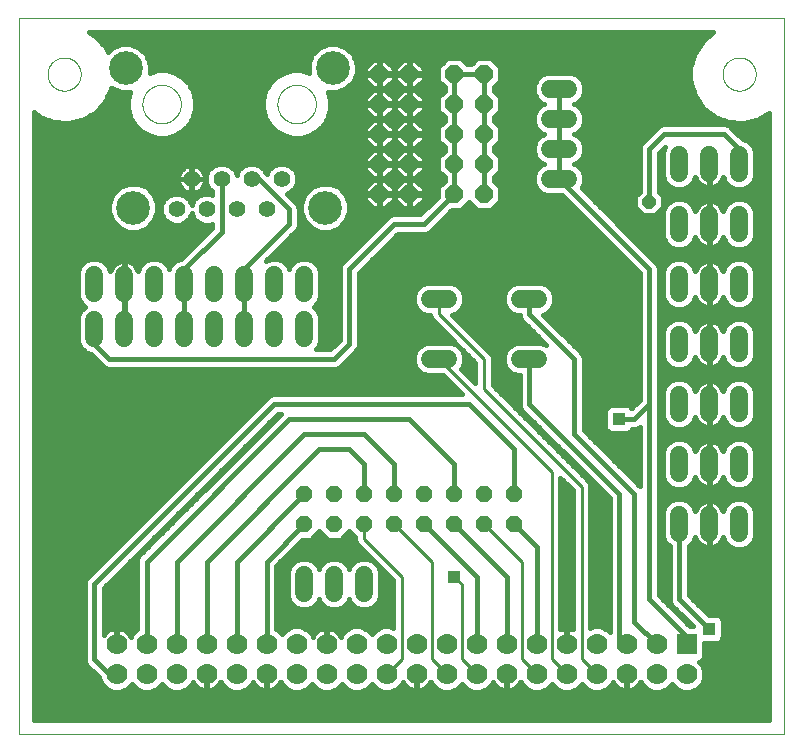
<source format=gbl>
G75*
%MOIN*%
%OFA0B0*%
%FSLAX25Y25*%
%IPPOS*%
%LPD*%
%AMOC8*
5,1,8,0,0,1.08239X$1,22.5*
%
%ADD10C,0.00000*%
%ADD11R,0.07000X0.07000*%
%ADD12C,0.07000*%
%ADD13C,0.06000*%
%ADD14OC8,0.06000*%
%ADD15OC8,0.05600*%
%ADD16C,0.05543*%
%ADD17C,0.11220*%
%ADD18C,0.01600*%
%ADD19R,0.04356X0.04356*%
%ADD20OC8,0.04750*%
%ADD21OC8,0.04356*%
%ADD22C,0.01000*%
D10*
X0001800Y0001800D02*
X0001800Y0240501D01*
X0256721Y0240501D01*
X0256721Y0001800D01*
X0001800Y0001800D01*
X0042900Y0211800D02*
X0042902Y0211960D01*
X0042908Y0212119D01*
X0042918Y0212278D01*
X0042932Y0212437D01*
X0042950Y0212596D01*
X0042971Y0212754D01*
X0042997Y0212911D01*
X0043027Y0213068D01*
X0043060Y0213224D01*
X0043098Y0213379D01*
X0043139Y0213533D01*
X0043184Y0213686D01*
X0043233Y0213838D01*
X0043286Y0213989D01*
X0043342Y0214138D01*
X0043403Y0214286D01*
X0043466Y0214432D01*
X0043534Y0214577D01*
X0043605Y0214720D01*
X0043679Y0214861D01*
X0043757Y0215000D01*
X0043839Y0215137D01*
X0043924Y0215272D01*
X0044012Y0215405D01*
X0044104Y0215536D01*
X0044198Y0215664D01*
X0044296Y0215790D01*
X0044397Y0215914D01*
X0044501Y0216035D01*
X0044608Y0216153D01*
X0044718Y0216269D01*
X0044831Y0216382D01*
X0044947Y0216492D01*
X0045065Y0216599D01*
X0045186Y0216703D01*
X0045310Y0216804D01*
X0045436Y0216902D01*
X0045564Y0216996D01*
X0045695Y0217088D01*
X0045828Y0217176D01*
X0045963Y0217261D01*
X0046100Y0217343D01*
X0046239Y0217421D01*
X0046380Y0217495D01*
X0046523Y0217566D01*
X0046668Y0217634D01*
X0046814Y0217697D01*
X0046962Y0217758D01*
X0047111Y0217814D01*
X0047262Y0217867D01*
X0047414Y0217916D01*
X0047567Y0217961D01*
X0047721Y0218002D01*
X0047876Y0218040D01*
X0048032Y0218073D01*
X0048189Y0218103D01*
X0048346Y0218129D01*
X0048504Y0218150D01*
X0048663Y0218168D01*
X0048822Y0218182D01*
X0048981Y0218192D01*
X0049140Y0218198D01*
X0049300Y0218200D01*
X0049460Y0218198D01*
X0049619Y0218192D01*
X0049778Y0218182D01*
X0049937Y0218168D01*
X0050096Y0218150D01*
X0050254Y0218129D01*
X0050411Y0218103D01*
X0050568Y0218073D01*
X0050724Y0218040D01*
X0050879Y0218002D01*
X0051033Y0217961D01*
X0051186Y0217916D01*
X0051338Y0217867D01*
X0051489Y0217814D01*
X0051638Y0217758D01*
X0051786Y0217697D01*
X0051932Y0217634D01*
X0052077Y0217566D01*
X0052220Y0217495D01*
X0052361Y0217421D01*
X0052500Y0217343D01*
X0052637Y0217261D01*
X0052772Y0217176D01*
X0052905Y0217088D01*
X0053036Y0216996D01*
X0053164Y0216902D01*
X0053290Y0216804D01*
X0053414Y0216703D01*
X0053535Y0216599D01*
X0053653Y0216492D01*
X0053769Y0216382D01*
X0053882Y0216269D01*
X0053992Y0216153D01*
X0054099Y0216035D01*
X0054203Y0215914D01*
X0054304Y0215790D01*
X0054402Y0215664D01*
X0054496Y0215536D01*
X0054588Y0215405D01*
X0054676Y0215272D01*
X0054761Y0215137D01*
X0054843Y0215000D01*
X0054921Y0214861D01*
X0054995Y0214720D01*
X0055066Y0214577D01*
X0055134Y0214432D01*
X0055197Y0214286D01*
X0055258Y0214138D01*
X0055314Y0213989D01*
X0055367Y0213838D01*
X0055416Y0213686D01*
X0055461Y0213533D01*
X0055502Y0213379D01*
X0055540Y0213224D01*
X0055573Y0213068D01*
X0055603Y0212911D01*
X0055629Y0212754D01*
X0055650Y0212596D01*
X0055668Y0212437D01*
X0055682Y0212278D01*
X0055692Y0212119D01*
X0055698Y0211960D01*
X0055700Y0211800D01*
X0055698Y0211640D01*
X0055692Y0211481D01*
X0055682Y0211322D01*
X0055668Y0211163D01*
X0055650Y0211004D01*
X0055629Y0210846D01*
X0055603Y0210689D01*
X0055573Y0210532D01*
X0055540Y0210376D01*
X0055502Y0210221D01*
X0055461Y0210067D01*
X0055416Y0209914D01*
X0055367Y0209762D01*
X0055314Y0209611D01*
X0055258Y0209462D01*
X0055197Y0209314D01*
X0055134Y0209168D01*
X0055066Y0209023D01*
X0054995Y0208880D01*
X0054921Y0208739D01*
X0054843Y0208600D01*
X0054761Y0208463D01*
X0054676Y0208328D01*
X0054588Y0208195D01*
X0054496Y0208064D01*
X0054402Y0207936D01*
X0054304Y0207810D01*
X0054203Y0207686D01*
X0054099Y0207565D01*
X0053992Y0207447D01*
X0053882Y0207331D01*
X0053769Y0207218D01*
X0053653Y0207108D01*
X0053535Y0207001D01*
X0053414Y0206897D01*
X0053290Y0206796D01*
X0053164Y0206698D01*
X0053036Y0206604D01*
X0052905Y0206512D01*
X0052772Y0206424D01*
X0052637Y0206339D01*
X0052500Y0206257D01*
X0052361Y0206179D01*
X0052220Y0206105D01*
X0052077Y0206034D01*
X0051932Y0205966D01*
X0051786Y0205903D01*
X0051638Y0205842D01*
X0051489Y0205786D01*
X0051338Y0205733D01*
X0051186Y0205684D01*
X0051033Y0205639D01*
X0050879Y0205598D01*
X0050724Y0205560D01*
X0050568Y0205527D01*
X0050411Y0205497D01*
X0050254Y0205471D01*
X0050096Y0205450D01*
X0049937Y0205432D01*
X0049778Y0205418D01*
X0049619Y0205408D01*
X0049460Y0205402D01*
X0049300Y0205400D01*
X0049140Y0205402D01*
X0048981Y0205408D01*
X0048822Y0205418D01*
X0048663Y0205432D01*
X0048504Y0205450D01*
X0048346Y0205471D01*
X0048189Y0205497D01*
X0048032Y0205527D01*
X0047876Y0205560D01*
X0047721Y0205598D01*
X0047567Y0205639D01*
X0047414Y0205684D01*
X0047262Y0205733D01*
X0047111Y0205786D01*
X0046962Y0205842D01*
X0046814Y0205903D01*
X0046668Y0205966D01*
X0046523Y0206034D01*
X0046380Y0206105D01*
X0046239Y0206179D01*
X0046100Y0206257D01*
X0045963Y0206339D01*
X0045828Y0206424D01*
X0045695Y0206512D01*
X0045564Y0206604D01*
X0045436Y0206698D01*
X0045310Y0206796D01*
X0045186Y0206897D01*
X0045065Y0207001D01*
X0044947Y0207108D01*
X0044831Y0207218D01*
X0044718Y0207331D01*
X0044608Y0207447D01*
X0044501Y0207565D01*
X0044397Y0207686D01*
X0044296Y0207810D01*
X0044198Y0207936D01*
X0044104Y0208064D01*
X0044012Y0208195D01*
X0043924Y0208328D01*
X0043839Y0208463D01*
X0043757Y0208600D01*
X0043679Y0208739D01*
X0043605Y0208880D01*
X0043534Y0209023D01*
X0043466Y0209168D01*
X0043403Y0209314D01*
X0043342Y0209462D01*
X0043286Y0209611D01*
X0043233Y0209762D01*
X0043184Y0209914D01*
X0043139Y0210067D01*
X0043098Y0210221D01*
X0043060Y0210376D01*
X0043027Y0210532D01*
X0042997Y0210689D01*
X0042971Y0210846D01*
X0042950Y0211004D01*
X0042932Y0211163D01*
X0042918Y0211322D01*
X0042908Y0211481D01*
X0042902Y0211640D01*
X0042900Y0211800D01*
X0011288Y0221800D02*
X0011290Y0221948D01*
X0011296Y0222096D01*
X0011306Y0222244D01*
X0011320Y0222391D01*
X0011338Y0222538D01*
X0011359Y0222684D01*
X0011385Y0222830D01*
X0011415Y0222975D01*
X0011448Y0223119D01*
X0011486Y0223262D01*
X0011527Y0223404D01*
X0011572Y0223545D01*
X0011620Y0223685D01*
X0011673Y0223824D01*
X0011729Y0223961D01*
X0011789Y0224096D01*
X0011852Y0224230D01*
X0011919Y0224362D01*
X0011990Y0224492D01*
X0012064Y0224620D01*
X0012141Y0224746D01*
X0012222Y0224870D01*
X0012306Y0224992D01*
X0012393Y0225111D01*
X0012484Y0225228D01*
X0012578Y0225343D01*
X0012674Y0225455D01*
X0012774Y0225565D01*
X0012876Y0225671D01*
X0012982Y0225775D01*
X0013090Y0225876D01*
X0013201Y0225974D01*
X0013314Y0226070D01*
X0013430Y0226162D01*
X0013548Y0226251D01*
X0013669Y0226336D01*
X0013792Y0226419D01*
X0013917Y0226498D01*
X0014044Y0226574D01*
X0014173Y0226646D01*
X0014304Y0226715D01*
X0014437Y0226780D01*
X0014572Y0226841D01*
X0014708Y0226899D01*
X0014845Y0226954D01*
X0014984Y0227004D01*
X0015125Y0227051D01*
X0015266Y0227094D01*
X0015409Y0227134D01*
X0015553Y0227169D01*
X0015697Y0227201D01*
X0015843Y0227228D01*
X0015989Y0227252D01*
X0016136Y0227272D01*
X0016283Y0227288D01*
X0016430Y0227300D01*
X0016578Y0227308D01*
X0016726Y0227312D01*
X0016874Y0227312D01*
X0017022Y0227308D01*
X0017170Y0227300D01*
X0017317Y0227288D01*
X0017464Y0227272D01*
X0017611Y0227252D01*
X0017757Y0227228D01*
X0017903Y0227201D01*
X0018047Y0227169D01*
X0018191Y0227134D01*
X0018334Y0227094D01*
X0018475Y0227051D01*
X0018616Y0227004D01*
X0018755Y0226954D01*
X0018892Y0226899D01*
X0019028Y0226841D01*
X0019163Y0226780D01*
X0019296Y0226715D01*
X0019427Y0226646D01*
X0019556Y0226574D01*
X0019683Y0226498D01*
X0019808Y0226419D01*
X0019931Y0226336D01*
X0020052Y0226251D01*
X0020170Y0226162D01*
X0020286Y0226070D01*
X0020399Y0225974D01*
X0020510Y0225876D01*
X0020618Y0225775D01*
X0020724Y0225671D01*
X0020826Y0225565D01*
X0020926Y0225455D01*
X0021022Y0225343D01*
X0021116Y0225228D01*
X0021207Y0225111D01*
X0021294Y0224992D01*
X0021378Y0224870D01*
X0021459Y0224746D01*
X0021536Y0224620D01*
X0021610Y0224492D01*
X0021681Y0224362D01*
X0021748Y0224230D01*
X0021811Y0224096D01*
X0021871Y0223961D01*
X0021927Y0223824D01*
X0021980Y0223685D01*
X0022028Y0223545D01*
X0022073Y0223404D01*
X0022114Y0223262D01*
X0022152Y0223119D01*
X0022185Y0222975D01*
X0022215Y0222830D01*
X0022241Y0222684D01*
X0022262Y0222538D01*
X0022280Y0222391D01*
X0022294Y0222244D01*
X0022304Y0222096D01*
X0022310Y0221948D01*
X0022312Y0221800D01*
X0022310Y0221652D01*
X0022304Y0221504D01*
X0022294Y0221356D01*
X0022280Y0221209D01*
X0022262Y0221062D01*
X0022241Y0220916D01*
X0022215Y0220770D01*
X0022185Y0220625D01*
X0022152Y0220481D01*
X0022114Y0220338D01*
X0022073Y0220196D01*
X0022028Y0220055D01*
X0021980Y0219915D01*
X0021927Y0219776D01*
X0021871Y0219639D01*
X0021811Y0219504D01*
X0021748Y0219370D01*
X0021681Y0219238D01*
X0021610Y0219108D01*
X0021536Y0218980D01*
X0021459Y0218854D01*
X0021378Y0218730D01*
X0021294Y0218608D01*
X0021207Y0218489D01*
X0021116Y0218372D01*
X0021022Y0218257D01*
X0020926Y0218145D01*
X0020826Y0218035D01*
X0020724Y0217929D01*
X0020618Y0217825D01*
X0020510Y0217724D01*
X0020399Y0217626D01*
X0020286Y0217530D01*
X0020170Y0217438D01*
X0020052Y0217349D01*
X0019931Y0217264D01*
X0019808Y0217181D01*
X0019683Y0217102D01*
X0019556Y0217026D01*
X0019427Y0216954D01*
X0019296Y0216885D01*
X0019163Y0216820D01*
X0019028Y0216759D01*
X0018892Y0216701D01*
X0018755Y0216646D01*
X0018616Y0216596D01*
X0018475Y0216549D01*
X0018334Y0216506D01*
X0018191Y0216466D01*
X0018047Y0216431D01*
X0017903Y0216399D01*
X0017757Y0216372D01*
X0017611Y0216348D01*
X0017464Y0216328D01*
X0017317Y0216312D01*
X0017170Y0216300D01*
X0017022Y0216292D01*
X0016874Y0216288D01*
X0016726Y0216288D01*
X0016578Y0216292D01*
X0016430Y0216300D01*
X0016283Y0216312D01*
X0016136Y0216328D01*
X0015989Y0216348D01*
X0015843Y0216372D01*
X0015697Y0216399D01*
X0015553Y0216431D01*
X0015409Y0216466D01*
X0015266Y0216506D01*
X0015125Y0216549D01*
X0014984Y0216596D01*
X0014845Y0216646D01*
X0014708Y0216701D01*
X0014572Y0216759D01*
X0014437Y0216820D01*
X0014304Y0216885D01*
X0014173Y0216954D01*
X0014044Y0217026D01*
X0013917Y0217102D01*
X0013792Y0217181D01*
X0013669Y0217264D01*
X0013548Y0217349D01*
X0013430Y0217438D01*
X0013314Y0217530D01*
X0013201Y0217626D01*
X0013090Y0217724D01*
X0012982Y0217825D01*
X0012876Y0217929D01*
X0012774Y0218035D01*
X0012674Y0218145D01*
X0012578Y0218257D01*
X0012484Y0218372D01*
X0012393Y0218489D01*
X0012306Y0218608D01*
X0012222Y0218730D01*
X0012141Y0218854D01*
X0012064Y0218980D01*
X0011990Y0219108D01*
X0011919Y0219238D01*
X0011852Y0219370D01*
X0011789Y0219504D01*
X0011729Y0219639D01*
X0011673Y0219776D01*
X0011620Y0219915D01*
X0011572Y0220055D01*
X0011527Y0220196D01*
X0011486Y0220338D01*
X0011448Y0220481D01*
X0011415Y0220625D01*
X0011385Y0220770D01*
X0011359Y0220916D01*
X0011338Y0221062D01*
X0011320Y0221209D01*
X0011306Y0221356D01*
X0011296Y0221504D01*
X0011290Y0221652D01*
X0011288Y0221800D01*
X0087900Y0211800D02*
X0087902Y0211960D01*
X0087908Y0212119D01*
X0087918Y0212278D01*
X0087932Y0212437D01*
X0087950Y0212596D01*
X0087971Y0212754D01*
X0087997Y0212911D01*
X0088027Y0213068D01*
X0088060Y0213224D01*
X0088098Y0213379D01*
X0088139Y0213533D01*
X0088184Y0213686D01*
X0088233Y0213838D01*
X0088286Y0213989D01*
X0088342Y0214138D01*
X0088403Y0214286D01*
X0088466Y0214432D01*
X0088534Y0214577D01*
X0088605Y0214720D01*
X0088679Y0214861D01*
X0088757Y0215000D01*
X0088839Y0215137D01*
X0088924Y0215272D01*
X0089012Y0215405D01*
X0089104Y0215536D01*
X0089198Y0215664D01*
X0089296Y0215790D01*
X0089397Y0215914D01*
X0089501Y0216035D01*
X0089608Y0216153D01*
X0089718Y0216269D01*
X0089831Y0216382D01*
X0089947Y0216492D01*
X0090065Y0216599D01*
X0090186Y0216703D01*
X0090310Y0216804D01*
X0090436Y0216902D01*
X0090564Y0216996D01*
X0090695Y0217088D01*
X0090828Y0217176D01*
X0090963Y0217261D01*
X0091100Y0217343D01*
X0091239Y0217421D01*
X0091380Y0217495D01*
X0091523Y0217566D01*
X0091668Y0217634D01*
X0091814Y0217697D01*
X0091962Y0217758D01*
X0092111Y0217814D01*
X0092262Y0217867D01*
X0092414Y0217916D01*
X0092567Y0217961D01*
X0092721Y0218002D01*
X0092876Y0218040D01*
X0093032Y0218073D01*
X0093189Y0218103D01*
X0093346Y0218129D01*
X0093504Y0218150D01*
X0093663Y0218168D01*
X0093822Y0218182D01*
X0093981Y0218192D01*
X0094140Y0218198D01*
X0094300Y0218200D01*
X0094460Y0218198D01*
X0094619Y0218192D01*
X0094778Y0218182D01*
X0094937Y0218168D01*
X0095096Y0218150D01*
X0095254Y0218129D01*
X0095411Y0218103D01*
X0095568Y0218073D01*
X0095724Y0218040D01*
X0095879Y0218002D01*
X0096033Y0217961D01*
X0096186Y0217916D01*
X0096338Y0217867D01*
X0096489Y0217814D01*
X0096638Y0217758D01*
X0096786Y0217697D01*
X0096932Y0217634D01*
X0097077Y0217566D01*
X0097220Y0217495D01*
X0097361Y0217421D01*
X0097500Y0217343D01*
X0097637Y0217261D01*
X0097772Y0217176D01*
X0097905Y0217088D01*
X0098036Y0216996D01*
X0098164Y0216902D01*
X0098290Y0216804D01*
X0098414Y0216703D01*
X0098535Y0216599D01*
X0098653Y0216492D01*
X0098769Y0216382D01*
X0098882Y0216269D01*
X0098992Y0216153D01*
X0099099Y0216035D01*
X0099203Y0215914D01*
X0099304Y0215790D01*
X0099402Y0215664D01*
X0099496Y0215536D01*
X0099588Y0215405D01*
X0099676Y0215272D01*
X0099761Y0215137D01*
X0099843Y0215000D01*
X0099921Y0214861D01*
X0099995Y0214720D01*
X0100066Y0214577D01*
X0100134Y0214432D01*
X0100197Y0214286D01*
X0100258Y0214138D01*
X0100314Y0213989D01*
X0100367Y0213838D01*
X0100416Y0213686D01*
X0100461Y0213533D01*
X0100502Y0213379D01*
X0100540Y0213224D01*
X0100573Y0213068D01*
X0100603Y0212911D01*
X0100629Y0212754D01*
X0100650Y0212596D01*
X0100668Y0212437D01*
X0100682Y0212278D01*
X0100692Y0212119D01*
X0100698Y0211960D01*
X0100700Y0211800D01*
X0100698Y0211640D01*
X0100692Y0211481D01*
X0100682Y0211322D01*
X0100668Y0211163D01*
X0100650Y0211004D01*
X0100629Y0210846D01*
X0100603Y0210689D01*
X0100573Y0210532D01*
X0100540Y0210376D01*
X0100502Y0210221D01*
X0100461Y0210067D01*
X0100416Y0209914D01*
X0100367Y0209762D01*
X0100314Y0209611D01*
X0100258Y0209462D01*
X0100197Y0209314D01*
X0100134Y0209168D01*
X0100066Y0209023D01*
X0099995Y0208880D01*
X0099921Y0208739D01*
X0099843Y0208600D01*
X0099761Y0208463D01*
X0099676Y0208328D01*
X0099588Y0208195D01*
X0099496Y0208064D01*
X0099402Y0207936D01*
X0099304Y0207810D01*
X0099203Y0207686D01*
X0099099Y0207565D01*
X0098992Y0207447D01*
X0098882Y0207331D01*
X0098769Y0207218D01*
X0098653Y0207108D01*
X0098535Y0207001D01*
X0098414Y0206897D01*
X0098290Y0206796D01*
X0098164Y0206698D01*
X0098036Y0206604D01*
X0097905Y0206512D01*
X0097772Y0206424D01*
X0097637Y0206339D01*
X0097500Y0206257D01*
X0097361Y0206179D01*
X0097220Y0206105D01*
X0097077Y0206034D01*
X0096932Y0205966D01*
X0096786Y0205903D01*
X0096638Y0205842D01*
X0096489Y0205786D01*
X0096338Y0205733D01*
X0096186Y0205684D01*
X0096033Y0205639D01*
X0095879Y0205598D01*
X0095724Y0205560D01*
X0095568Y0205527D01*
X0095411Y0205497D01*
X0095254Y0205471D01*
X0095096Y0205450D01*
X0094937Y0205432D01*
X0094778Y0205418D01*
X0094619Y0205408D01*
X0094460Y0205402D01*
X0094300Y0205400D01*
X0094140Y0205402D01*
X0093981Y0205408D01*
X0093822Y0205418D01*
X0093663Y0205432D01*
X0093504Y0205450D01*
X0093346Y0205471D01*
X0093189Y0205497D01*
X0093032Y0205527D01*
X0092876Y0205560D01*
X0092721Y0205598D01*
X0092567Y0205639D01*
X0092414Y0205684D01*
X0092262Y0205733D01*
X0092111Y0205786D01*
X0091962Y0205842D01*
X0091814Y0205903D01*
X0091668Y0205966D01*
X0091523Y0206034D01*
X0091380Y0206105D01*
X0091239Y0206179D01*
X0091100Y0206257D01*
X0090963Y0206339D01*
X0090828Y0206424D01*
X0090695Y0206512D01*
X0090564Y0206604D01*
X0090436Y0206698D01*
X0090310Y0206796D01*
X0090186Y0206897D01*
X0090065Y0207001D01*
X0089947Y0207108D01*
X0089831Y0207218D01*
X0089718Y0207331D01*
X0089608Y0207447D01*
X0089501Y0207565D01*
X0089397Y0207686D01*
X0089296Y0207810D01*
X0089198Y0207936D01*
X0089104Y0208064D01*
X0089012Y0208195D01*
X0088924Y0208328D01*
X0088839Y0208463D01*
X0088757Y0208600D01*
X0088679Y0208739D01*
X0088605Y0208880D01*
X0088534Y0209023D01*
X0088466Y0209168D01*
X0088403Y0209314D01*
X0088342Y0209462D01*
X0088286Y0209611D01*
X0088233Y0209762D01*
X0088184Y0209914D01*
X0088139Y0210067D01*
X0088098Y0210221D01*
X0088060Y0210376D01*
X0088027Y0210532D01*
X0087997Y0210689D01*
X0087971Y0210846D01*
X0087950Y0211004D01*
X0087932Y0211163D01*
X0087918Y0211322D01*
X0087908Y0211481D01*
X0087902Y0211640D01*
X0087900Y0211800D01*
X0236288Y0221800D02*
X0236290Y0221948D01*
X0236296Y0222096D01*
X0236306Y0222244D01*
X0236320Y0222391D01*
X0236338Y0222538D01*
X0236359Y0222684D01*
X0236385Y0222830D01*
X0236415Y0222975D01*
X0236448Y0223119D01*
X0236486Y0223262D01*
X0236527Y0223404D01*
X0236572Y0223545D01*
X0236620Y0223685D01*
X0236673Y0223824D01*
X0236729Y0223961D01*
X0236789Y0224096D01*
X0236852Y0224230D01*
X0236919Y0224362D01*
X0236990Y0224492D01*
X0237064Y0224620D01*
X0237141Y0224746D01*
X0237222Y0224870D01*
X0237306Y0224992D01*
X0237393Y0225111D01*
X0237484Y0225228D01*
X0237578Y0225343D01*
X0237674Y0225455D01*
X0237774Y0225565D01*
X0237876Y0225671D01*
X0237982Y0225775D01*
X0238090Y0225876D01*
X0238201Y0225974D01*
X0238314Y0226070D01*
X0238430Y0226162D01*
X0238548Y0226251D01*
X0238669Y0226336D01*
X0238792Y0226419D01*
X0238917Y0226498D01*
X0239044Y0226574D01*
X0239173Y0226646D01*
X0239304Y0226715D01*
X0239437Y0226780D01*
X0239572Y0226841D01*
X0239708Y0226899D01*
X0239845Y0226954D01*
X0239984Y0227004D01*
X0240125Y0227051D01*
X0240266Y0227094D01*
X0240409Y0227134D01*
X0240553Y0227169D01*
X0240697Y0227201D01*
X0240843Y0227228D01*
X0240989Y0227252D01*
X0241136Y0227272D01*
X0241283Y0227288D01*
X0241430Y0227300D01*
X0241578Y0227308D01*
X0241726Y0227312D01*
X0241874Y0227312D01*
X0242022Y0227308D01*
X0242170Y0227300D01*
X0242317Y0227288D01*
X0242464Y0227272D01*
X0242611Y0227252D01*
X0242757Y0227228D01*
X0242903Y0227201D01*
X0243047Y0227169D01*
X0243191Y0227134D01*
X0243334Y0227094D01*
X0243475Y0227051D01*
X0243616Y0227004D01*
X0243755Y0226954D01*
X0243892Y0226899D01*
X0244028Y0226841D01*
X0244163Y0226780D01*
X0244296Y0226715D01*
X0244427Y0226646D01*
X0244556Y0226574D01*
X0244683Y0226498D01*
X0244808Y0226419D01*
X0244931Y0226336D01*
X0245052Y0226251D01*
X0245170Y0226162D01*
X0245286Y0226070D01*
X0245399Y0225974D01*
X0245510Y0225876D01*
X0245618Y0225775D01*
X0245724Y0225671D01*
X0245826Y0225565D01*
X0245926Y0225455D01*
X0246022Y0225343D01*
X0246116Y0225228D01*
X0246207Y0225111D01*
X0246294Y0224992D01*
X0246378Y0224870D01*
X0246459Y0224746D01*
X0246536Y0224620D01*
X0246610Y0224492D01*
X0246681Y0224362D01*
X0246748Y0224230D01*
X0246811Y0224096D01*
X0246871Y0223961D01*
X0246927Y0223824D01*
X0246980Y0223685D01*
X0247028Y0223545D01*
X0247073Y0223404D01*
X0247114Y0223262D01*
X0247152Y0223119D01*
X0247185Y0222975D01*
X0247215Y0222830D01*
X0247241Y0222684D01*
X0247262Y0222538D01*
X0247280Y0222391D01*
X0247294Y0222244D01*
X0247304Y0222096D01*
X0247310Y0221948D01*
X0247312Y0221800D01*
X0247310Y0221652D01*
X0247304Y0221504D01*
X0247294Y0221356D01*
X0247280Y0221209D01*
X0247262Y0221062D01*
X0247241Y0220916D01*
X0247215Y0220770D01*
X0247185Y0220625D01*
X0247152Y0220481D01*
X0247114Y0220338D01*
X0247073Y0220196D01*
X0247028Y0220055D01*
X0246980Y0219915D01*
X0246927Y0219776D01*
X0246871Y0219639D01*
X0246811Y0219504D01*
X0246748Y0219370D01*
X0246681Y0219238D01*
X0246610Y0219108D01*
X0246536Y0218980D01*
X0246459Y0218854D01*
X0246378Y0218730D01*
X0246294Y0218608D01*
X0246207Y0218489D01*
X0246116Y0218372D01*
X0246022Y0218257D01*
X0245926Y0218145D01*
X0245826Y0218035D01*
X0245724Y0217929D01*
X0245618Y0217825D01*
X0245510Y0217724D01*
X0245399Y0217626D01*
X0245286Y0217530D01*
X0245170Y0217438D01*
X0245052Y0217349D01*
X0244931Y0217264D01*
X0244808Y0217181D01*
X0244683Y0217102D01*
X0244556Y0217026D01*
X0244427Y0216954D01*
X0244296Y0216885D01*
X0244163Y0216820D01*
X0244028Y0216759D01*
X0243892Y0216701D01*
X0243755Y0216646D01*
X0243616Y0216596D01*
X0243475Y0216549D01*
X0243334Y0216506D01*
X0243191Y0216466D01*
X0243047Y0216431D01*
X0242903Y0216399D01*
X0242757Y0216372D01*
X0242611Y0216348D01*
X0242464Y0216328D01*
X0242317Y0216312D01*
X0242170Y0216300D01*
X0242022Y0216292D01*
X0241874Y0216288D01*
X0241726Y0216288D01*
X0241578Y0216292D01*
X0241430Y0216300D01*
X0241283Y0216312D01*
X0241136Y0216328D01*
X0240989Y0216348D01*
X0240843Y0216372D01*
X0240697Y0216399D01*
X0240553Y0216431D01*
X0240409Y0216466D01*
X0240266Y0216506D01*
X0240125Y0216549D01*
X0239984Y0216596D01*
X0239845Y0216646D01*
X0239708Y0216701D01*
X0239572Y0216759D01*
X0239437Y0216820D01*
X0239304Y0216885D01*
X0239173Y0216954D01*
X0239044Y0217026D01*
X0238917Y0217102D01*
X0238792Y0217181D01*
X0238669Y0217264D01*
X0238548Y0217349D01*
X0238430Y0217438D01*
X0238314Y0217530D01*
X0238201Y0217626D01*
X0238090Y0217724D01*
X0237982Y0217825D01*
X0237876Y0217929D01*
X0237774Y0218035D01*
X0237674Y0218145D01*
X0237578Y0218257D01*
X0237484Y0218372D01*
X0237393Y0218489D01*
X0237306Y0218608D01*
X0237222Y0218730D01*
X0237141Y0218854D01*
X0237064Y0218980D01*
X0236990Y0219108D01*
X0236919Y0219238D01*
X0236852Y0219370D01*
X0236789Y0219504D01*
X0236729Y0219639D01*
X0236673Y0219776D01*
X0236620Y0219915D01*
X0236572Y0220055D01*
X0236527Y0220196D01*
X0236486Y0220338D01*
X0236448Y0220481D01*
X0236415Y0220625D01*
X0236385Y0220770D01*
X0236359Y0220916D01*
X0236338Y0221062D01*
X0236320Y0221209D01*
X0236306Y0221356D01*
X0236296Y0221504D01*
X0236290Y0221652D01*
X0236288Y0221800D01*
D11*
X0224300Y0031800D03*
D12*
X0214300Y0031800D03*
X0204300Y0031800D03*
X0194300Y0031800D03*
X0184300Y0031800D03*
X0174300Y0031800D03*
X0164300Y0031800D03*
X0154300Y0031800D03*
X0144300Y0031800D03*
X0134300Y0031800D03*
X0124300Y0031800D03*
X0114300Y0031800D03*
X0104300Y0031800D03*
X0094300Y0031800D03*
X0084300Y0031800D03*
X0074300Y0031800D03*
X0064300Y0031800D03*
X0054300Y0031800D03*
X0044300Y0031800D03*
X0034300Y0031800D03*
X0034300Y0021800D03*
X0044300Y0021800D03*
X0054300Y0021800D03*
X0064300Y0021800D03*
X0074300Y0021800D03*
X0084300Y0021800D03*
X0094300Y0021800D03*
X0104300Y0021800D03*
X0114300Y0021800D03*
X0124300Y0021800D03*
X0134300Y0021800D03*
X0144300Y0021800D03*
X0154300Y0021800D03*
X0164300Y0021800D03*
X0174300Y0021800D03*
X0184300Y0021800D03*
X0194300Y0021800D03*
X0204300Y0021800D03*
X0214300Y0021800D03*
X0224300Y0021800D03*
D13*
X0221800Y0068800D02*
X0221800Y0074800D01*
X0231800Y0074800D02*
X0231800Y0068800D01*
X0241800Y0068800D02*
X0241800Y0074800D01*
X0241800Y0088800D02*
X0241800Y0094800D01*
X0231800Y0094800D02*
X0231800Y0088800D01*
X0221800Y0088800D02*
X0221800Y0094800D01*
X0221800Y0108800D02*
X0221800Y0114800D01*
X0231800Y0114800D02*
X0231800Y0108800D01*
X0241800Y0108800D02*
X0241800Y0114800D01*
X0241800Y0128800D02*
X0241800Y0134800D01*
X0231800Y0134800D02*
X0231800Y0128800D01*
X0221800Y0128800D02*
X0221800Y0134800D01*
X0221800Y0148800D02*
X0221800Y0154800D01*
X0231800Y0154800D02*
X0231800Y0148800D01*
X0241800Y0148800D02*
X0241800Y0154800D01*
X0241800Y0168800D02*
X0241800Y0174800D01*
X0231800Y0174800D02*
X0231800Y0168800D01*
X0221800Y0168800D02*
X0221800Y0174800D01*
X0221800Y0188800D02*
X0221800Y0194800D01*
X0231800Y0194800D02*
X0231800Y0188800D01*
X0241800Y0188800D02*
X0241800Y0194800D01*
X0184800Y0196800D02*
X0178800Y0196800D01*
X0178800Y0186800D02*
X0184800Y0186800D01*
X0184800Y0206800D02*
X0178800Y0206800D01*
X0178800Y0216800D02*
X0184800Y0216800D01*
X0174800Y0146800D02*
X0168800Y0146800D01*
X0168800Y0126800D02*
X0174800Y0126800D01*
X0144800Y0126800D02*
X0138800Y0126800D01*
X0138800Y0146800D02*
X0144800Y0146800D01*
X0096800Y0148800D02*
X0096800Y0154800D01*
X0086800Y0154800D02*
X0086800Y0148800D01*
X0086800Y0139800D02*
X0086800Y0133800D01*
X0076800Y0133800D02*
X0076800Y0139800D01*
X0076800Y0148800D02*
X0076800Y0154800D01*
X0066800Y0154800D02*
X0066800Y0148800D01*
X0066800Y0139800D02*
X0066800Y0133800D01*
X0056800Y0133800D02*
X0056800Y0139800D01*
X0046800Y0139800D02*
X0046800Y0133800D01*
X0036800Y0133800D02*
X0036800Y0139800D01*
X0036800Y0148800D02*
X0036800Y0154800D01*
X0026800Y0154800D02*
X0026800Y0148800D01*
X0026800Y0139800D02*
X0026800Y0133800D01*
X0046800Y0148800D02*
X0046800Y0154800D01*
X0056800Y0154800D02*
X0056800Y0148800D01*
X0096800Y0139800D02*
X0096800Y0133800D01*
X0096800Y0054800D02*
X0096800Y0048800D01*
X0106800Y0048800D02*
X0106800Y0054800D01*
X0116800Y0054800D02*
X0116800Y0048800D01*
D14*
X0121800Y0181800D03*
X0131800Y0181800D03*
X0131800Y0191800D03*
X0121800Y0191800D03*
X0121800Y0201800D03*
X0131800Y0201800D03*
X0131800Y0211800D03*
X0121800Y0211800D03*
X0121800Y0221800D03*
X0131800Y0221800D03*
X0146800Y0221800D03*
X0146800Y0211800D03*
X0146800Y0201800D03*
X0146800Y0191800D03*
X0146800Y0181800D03*
X0156800Y0181800D03*
X0156800Y0191800D03*
X0156800Y0201800D03*
X0156800Y0211800D03*
X0156800Y0221800D03*
D15*
X0156800Y0081800D03*
X0156800Y0071800D03*
X0146800Y0071800D03*
X0146800Y0081800D03*
X0136800Y0081800D03*
X0126800Y0081800D03*
X0126800Y0071800D03*
X0136800Y0071800D03*
X0116800Y0071800D03*
X0116800Y0081800D03*
X0106800Y0081800D03*
X0106800Y0071800D03*
X0096800Y0071800D03*
X0096800Y0081800D03*
X0166800Y0081800D03*
X0166800Y0071800D03*
D16*
X0084300Y0176800D03*
X0074300Y0176800D03*
X0064300Y0176800D03*
X0054300Y0176800D03*
X0059300Y0186800D03*
X0069300Y0186800D03*
X0079300Y0186800D03*
X0089300Y0186800D03*
D17*
X0103800Y0177312D03*
X0106300Y0223800D03*
X0039800Y0177312D03*
X0037300Y0223800D03*
D18*
X0031280Y0229108D02*
X0030350Y0231038D01*
X0027025Y0234622D01*
X0025157Y0235701D01*
X0233221Y0235701D01*
X0229778Y0232955D01*
X0229778Y0232955D01*
X0229778Y0232955D01*
X0227024Y0228916D01*
X0227024Y0228916D01*
X0225583Y0224244D01*
X0225583Y0219356D01*
X0227024Y0214684D01*
X0229778Y0210645D01*
X0233600Y0207597D01*
X0238151Y0205811D01*
X0243026Y0205446D01*
X0247792Y0206534D01*
X0251921Y0208918D01*
X0251921Y0006600D01*
X0006600Y0006600D01*
X0006600Y0209192D01*
X0008600Y0207597D01*
X0013151Y0205811D01*
X0018026Y0205446D01*
X0018026Y0205446D01*
X0022792Y0206534D01*
X0027025Y0208978D01*
X0027025Y0208978D01*
X0030350Y0212562D01*
X0032471Y0216966D01*
X0032515Y0217257D01*
X0032763Y0217009D01*
X0035707Y0215790D01*
X0038774Y0215790D01*
X0038100Y0213275D01*
X0038100Y0210325D01*
X0038863Y0207477D01*
X0040338Y0204923D01*
X0042423Y0202838D01*
X0044977Y0201363D01*
X0047825Y0200600D01*
X0050775Y0200600D01*
X0053623Y0201363D01*
X0056177Y0202838D01*
X0058262Y0204923D01*
X0059737Y0207477D01*
X0060500Y0210325D01*
X0060500Y0213275D01*
X0059737Y0216123D01*
X0058262Y0218677D01*
X0056177Y0220762D01*
X0053623Y0222237D01*
X0050775Y0223000D01*
X0047825Y0223000D01*
X0045310Y0222326D01*
X0045310Y0225393D01*
X0044091Y0228337D01*
X0041837Y0230591D01*
X0038893Y0231810D01*
X0035707Y0231810D01*
X0032763Y0230591D01*
X0031280Y0229108D01*
X0030664Y0230387D02*
X0032559Y0230387D01*
X0030350Y0231038D02*
X0030350Y0231038D01*
X0029471Y0231986D02*
X0229117Y0231986D01*
X0228027Y0230387D02*
X0111041Y0230387D01*
X0110837Y0230591D02*
X0107893Y0231810D01*
X0104707Y0231810D01*
X0101763Y0230591D01*
X0099509Y0228337D01*
X0098290Y0225393D01*
X0098290Y0222326D01*
X0095775Y0223000D01*
X0092825Y0223000D01*
X0089977Y0222237D01*
X0087423Y0220762D01*
X0085338Y0218677D01*
X0083863Y0216123D01*
X0083100Y0213275D01*
X0083100Y0210325D01*
X0083863Y0207477D01*
X0085338Y0204923D01*
X0087423Y0202838D01*
X0089977Y0201363D01*
X0092825Y0200600D01*
X0095775Y0200600D01*
X0098623Y0201363D01*
X0101177Y0202838D01*
X0103262Y0204923D01*
X0104737Y0207477D01*
X0105500Y0210325D01*
X0105500Y0213275D01*
X0104826Y0215790D01*
X0107893Y0215790D01*
X0110837Y0217009D01*
X0113091Y0219263D01*
X0114310Y0222207D01*
X0114310Y0225393D01*
X0113091Y0228337D01*
X0110837Y0230591D01*
X0112640Y0228789D02*
X0226985Y0228789D01*
X0226492Y0227190D02*
X0159047Y0227190D01*
X0159037Y0227200D02*
X0154563Y0227200D01*
X0152363Y0225000D01*
X0151237Y0225000D01*
X0149037Y0227200D01*
X0144563Y0227200D01*
X0141400Y0224037D01*
X0141400Y0219563D01*
X0143600Y0217363D01*
X0143600Y0216237D01*
X0141400Y0214037D01*
X0141400Y0209563D01*
X0143600Y0207363D01*
X0143600Y0206237D01*
X0141400Y0204037D01*
X0141400Y0199563D01*
X0143600Y0197363D01*
X0143600Y0196237D01*
X0141400Y0194037D01*
X0141400Y0189563D01*
X0143600Y0187363D01*
X0143600Y0186237D01*
X0141400Y0184037D01*
X0141400Y0180925D01*
X0135475Y0175000D01*
X0126163Y0175000D01*
X0124987Y0174513D01*
X0109987Y0159513D01*
X0109087Y0158613D01*
X0108600Y0157437D01*
X0108600Y0133125D01*
X0105475Y0130000D01*
X0100637Y0130000D01*
X0101378Y0130741D01*
X0102200Y0132726D01*
X0102200Y0140874D01*
X0101378Y0142859D01*
X0099937Y0144300D01*
X0101378Y0145741D01*
X0102200Y0147726D01*
X0102200Y0155874D01*
X0101378Y0157859D01*
X0099859Y0159378D01*
X0097874Y0160200D01*
X0095726Y0160200D01*
X0093741Y0159378D01*
X0092222Y0157859D01*
X0091800Y0156840D01*
X0091378Y0157859D01*
X0089859Y0159378D01*
X0087874Y0160200D01*
X0085726Y0160200D01*
X0084018Y0159493D01*
X0093613Y0169087D01*
X0094513Y0169987D01*
X0095000Y0171163D01*
X0095000Y0177437D01*
X0094513Y0178613D01*
X0091155Y0181971D01*
X0092230Y0182416D01*
X0093684Y0183870D01*
X0094472Y0185771D01*
X0094472Y0187829D01*
X0093684Y0189730D01*
X0092230Y0191184D01*
X0090329Y0191972D01*
X0088271Y0191972D01*
X0086370Y0191184D01*
X0084916Y0189730D01*
X0084471Y0188655D01*
X0083888Y0189237D01*
X0083684Y0189730D01*
X0082230Y0191184D01*
X0080329Y0191972D01*
X0078271Y0191972D01*
X0076370Y0191184D01*
X0074916Y0189730D01*
X0074300Y0188243D01*
X0073684Y0189730D01*
X0072230Y0191184D01*
X0070329Y0191972D01*
X0068271Y0191972D01*
X0066370Y0191184D01*
X0064916Y0189730D01*
X0064128Y0187829D01*
X0064128Y0185771D01*
X0064916Y0183870D01*
X0066100Y0182686D01*
X0066100Y0181652D01*
X0065329Y0181972D01*
X0063271Y0181972D01*
X0061370Y0181184D01*
X0059916Y0179730D01*
X0059300Y0178243D01*
X0058684Y0179730D01*
X0057230Y0181184D01*
X0055329Y0181972D01*
X0053271Y0181972D01*
X0051370Y0181184D01*
X0049916Y0179730D01*
X0049128Y0177829D01*
X0049128Y0175771D01*
X0049916Y0173870D01*
X0051370Y0172416D01*
X0053271Y0171628D01*
X0055329Y0171628D01*
X0057230Y0172416D01*
X0058684Y0173870D01*
X0059300Y0175357D01*
X0059916Y0173870D01*
X0061370Y0172416D01*
X0063271Y0171628D01*
X0065329Y0171628D01*
X0066100Y0171948D01*
X0066100Y0170625D01*
X0055638Y0160164D01*
X0053741Y0159378D01*
X0052222Y0157859D01*
X0051800Y0156840D01*
X0051378Y0157859D01*
X0049859Y0159378D01*
X0047874Y0160200D01*
X0045726Y0160200D01*
X0043741Y0159378D01*
X0042222Y0157859D01*
X0041455Y0156007D01*
X0041248Y0156643D01*
X0040905Y0157316D01*
X0040461Y0157927D01*
X0039927Y0158461D01*
X0039316Y0158905D01*
X0038643Y0159248D01*
X0037924Y0159482D01*
X0037178Y0159600D01*
X0037000Y0159600D01*
X0037000Y0152000D01*
X0036600Y0152000D01*
X0036600Y0159600D01*
X0036422Y0159600D01*
X0035676Y0159482D01*
X0034957Y0159248D01*
X0034284Y0158905D01*
X0033673Y0158461D01*
X0033139Y0157927D01*
X0032695Y0157316D01*
X0032352Y0156643D01*
X0032145Y0156007D01*
X0031378Y0157859D01*
X0029859Y0159378D01*
X0027874Y0160200D01*
X0025726Y0160200D01*
X0023741Y0159378D01*
X0022222Y0157859D01*
X0021400Y0155874D01*
X0021400Y0147726D01*
X0022222Y0145741D01*
X0023663Y0144300D01*
X0022222Y0142859D01*
X0021400Y0140874D01*
X0021400Y0132726D01*
X0022222Y0130741D01*
X0023741Y0129222D01*
X0025638Y0128436D01*
X0029987Y0124087D01*
X0031163Y0123600D01*
X0107437Y0123600D01*
X0108613Y0124087D01*
X0109513Y0124987D01*
X0114513Y0129987D01*
X0115000Y0131163D01*
X0115000Y0155475D01*
X0128125Y0168600D01*
X0137437Y0168600D01*
X0138613Y0169087D01*
X0139513Y0169987D01*
X0145925Y0176400D01*
X0149037Y0176400D01*
X0151800Y0179163D01*
X0154563Y0176400D01*
X0159037Y0176400D01*
X0162200Y0179563D01*
X0162200Y0184037D01*
X0160000Y0186237D01*
X0160000Y0187363D01*
X0162200Y0189563D01*
X0162200Y0194037D01*
X0160000Y0196237D01*
X0160000Y0197363D01*
X0162200Y0199563D01*
X0162200Y0204037D01*
X0160000Y0206237D01*
X0160000Y0207363D01*
X0162200Y0209563D01*
X0162200Y0214037D01*
X0160000Y0216237D01*
X0160000Y0217363D01*
X0162200Y0219563D01*
X0162200Y0224037D01*
X0159037Y0227200D01*
X0160645Y0225592D02*
X0225999Y0225592D01*
X0225583Y0223993D02*
X0162200Y0223993D01*
X0162200Y0222395D02*
X0225583Y0222395D01*
X0225583Y0220796D02*
X0188441Y0220796D01*
X0187859Y0221378D02*
X0185874Y0222200D01*
X0177726Y0222200D01*
X0175741Y0221378D01*
X0174222Y0219859D01*
X0173400Y0217874D01*
X0173400Y0215726D01*
X0174222Y0213741D01*
X0175741Y0212222D01*
X0176760Y0211800D01*
X0175741Y0211378D01*
X0174222Y0209859D01*
X0173400Y0207874D01*
X0173400Y0205726D01*
X0174222Y0203741D01*
X0175741Y0202222D01*
X0176760Y0201800D01*
X0175741Y0201378D01*
X0174222Y0199859D01*
X0173400Y0197874D01*
X0173400Y0195726D01*
X0174222Y0193741D01*
X0175741Y0192222D01*
X0176760Y0191800D01*
X0175741Y0191378D01*
X0174222Y0189859D01*
X0173400Y0187874D01*
X0173400Y0185726D01*
X0174222Y0183741D01*
X0175741Y0182222D01*
X0177726Y0181400D01*
X0182675Y0181400D01*
X0208600Y0155475D01*
X0208600Y0113125D01*
X0205912Y0110438D01*
X0205337Y0111013D01*
X0204455Y0111378D01*
X0199145Y0111378D01*
X0198263Y0111013D01*
X0197587Y0110337D01*
X0197222Y0109455D01*
X0197222Y0104145D01*
X0197587Y0103263D01*
X0198263Y0102587D01*
X0199145Y0102222D01*
X0204455Y0102222D01*
X0205337Y0102587D01*
X0206013Y0103263D01*
X0206152Y0103600D01*
X0207437Y0103600D01*
X0208600Y0104082D01*
X0208600Y0084525D01*
X0190000Y0103125D01*
X0190000Y0127437D01*
X0189513Y0128613D01*
X0188613Y0129513D01*
X0176476Y0141649D01*
X0177859Y0142222D01*
X0179378Y0143741D01*
X0180200Y0145726D01*
X0180200Y0147874D01*
X0179378Y0149859D01*
X0177859Y0151378D01*
X0175874Y0152200D01*
X0167726Y0152200D01*
X0165741Y0151378D01*
X0164222Y0149859D01*
X0163400Y0147874D01*
X0163400Y0145726D01*
X0164222Y0143741D01*
X0165741Y0142222D01*
X0167726Y0141400D01*
X0168600Y0141400D01*
X0168600Y0141163D01*
X0169087Y0139987D01*
X0177582Y0131493D01*
X0175874Y0132200D01*
X0167726Y0132200D01*
X0165741Y0131378D01*
X0164222Y0129859D01*
X0163400Y0127874D01*
X0163400Y0125726D01*
X0164222Y0123741D01*
X0165741Y0122222D01*
X0167726Y0121400D01*
X0168600Y0121400D01*
X0168600Y0111163D01*
X0169087Y0109987D01*
X0198600Y0080475D01*
X0198600Y0035844D01*
X0197642Y0036802D01*
X0195474Y0037700D01*
X0193126Y0037700D01*
X0192200Y0037316D01*
X0192200Y0084877D01*
X0191758Y0085943D01*
X0190943Y0086758D01*
X0159700Y0118001D01*
X0159700Y0127377D01*
X0159258Y0128443D01*
X0158443Y0129258D01*
X0146176Y0141525D01*
X0147859Y0142222D01*
X0149378Y0143741D01*
X0150200Y0145726D01*
X0150200Y0147874D01*
X0149378Y0149859D01*
X0147859Y0151378D01*
X0145874Y0152200D01*
X0137726Y0152200D01*
X0135741Y0151378D01*
X0134222Y0149859D01*
X0133400Y0147874D01*
X0133400Y0145726D01*
X0134222Y0143741D01*
X0135741Y0142222D01*
X0137726Y0141400D01*
X0138900Y0141400D01*
X0138900Y0141223D01*
X0139341Y0140157D01*
X0153900Y0125599D01*
X0153900Y0118801D01*
X0149169Y0123532D01*
X0149378Y0123741D01*
X0150200Y0125726D01*
X0150200Y0127874D01*
X0149378Y0129859D01*
X0147859Y0131378D01*
X0145874Y0132200D01*
X0137726Y0132200D01*
X0135741Y0131378D01*
X0134222Y0129859D01*
X0133400Y0127874D01*
X0133400Y0125726D01*
X0134222Y0123741D01*
X0135741Y0122222D01*
X0137726Y0121400D01*
X0143099Y0121400D01*
X0149499Y0115000D01*
X0086163Y0115000D01*
X0084987Y0114513D01*
X0024987Y0054513D01*
X0024087Y0053613D01*
X0023600Y0052437D01*
X0023600Y0026163D01*
X0024087Y0024987D01*
X0028400Y0020675D01*
X0028400Y0020626D01*
X0029298Y0018458D01*
X0030958Y0016798D01*
X0033126Y0015900D01*
X0035474Y0015900D01*
X0037642Y0016798D01*
X0039300Y0018456D01*
X0040958Y0016798D01*
X0043126Y0015900D01*
X0045474Y0015900D01*
X0047642Y0016798D01*
X0049300Y0018456D01*
X0050958Y0016798D01*
X0053126Y0015900D01*
X0055474Y0015900D01*
X0057642Y0016798D01*
X0059302Y0018458D01*
X0059639Y0019273D01*
X0059767Y0019022D01*
X0060257Y0018347D01*
X0060847Y0017757D01*
X0061522Y0017267D01*
X0062266Y0016888D01*
X0063059Y0016630D01*
X0063883Y0016500D01*
X0064116Y0016500D01*
X0064116Y0021616D01*
X0064484Y0021616D01*
X0064484Y0016500D01*
X0064717Y0016500D01*
X0065541Y0016630D01*
X0066334Y0016888D01*
X0067078Y0017267D01*
X0067753Y0017757D01*
X0068343Y0018347D01*
X0068833Y0019022D01*
X0068961Y0019273D01*
X0069298Y0018458D01*
X0070958Y0016798D01*
X0073126Y0015900D01*
X0075474Y0015900D01*
X0077642Y0016798D01*
X0079302Y0018458D01*
X0079639Y0019273D01*
X0079767Y0019022D01*
X0080257Y0018347D01*
X0080847Y0017757D01*
X0081522Y0017267D01*
X0082266Y0016888D01*
X0083059Y0016630D01*
X0083883Y0016500D01*
X0084116Y0016500D01*
X0084116Y0021616D01*
X0084484Y0021616D01*
X0084484Y0016500D01*
X0084717Y0016500D01*
X0085541Y0016630D01*
X0086334Y0016888D01*
X0087078Y0017267D01*
X0087753Y0017757D01*
X0088343Y0018347D01*
X0088833Y0019022D01*
X0088961Y0019273D01*
X0089298Y0018458D01*
X0090958Y0016798D01*
X0093126Y0015900D01*
X0095474Y0015900D01*
X0097642Y0016798D01*
X0099300Y0018456D01*
X0100958Y0016798D01*
X0103126Y0015900D01*
X0105474Y0015900D01*
X0107642Y0016798D01*
X0109300Y0018456D01*
X0110958Y0016798D01*
X0113126Y0015900D01*
X0115474Y0015900D01*
X0117642Y0016798D01*
X0119300Y0018456D01*
X0120958Y0016798D01*
X0123126Y0015900D01*
X0125474Y0015900D01*
X0127642Y0016798D01*
X0129302Y0018458D01*
X0129639Y0019273D01*
X0129767Y0019022D01*
X0130257Y0018347D01*
X0130847Y0017757D01*
X0131522Y0017267D01*
X0132266Y0016888D01*
X0133059Y0016630D01*
X0133883Y0016500D01*
X0134116Y0016500D01*
X0134116Y0021616D01*
X0134484Y0021616D01*
X0134484Y0016500D01*
X0134717Y0016500D01*
X0135541Y0016630D01*
X0136334Y0016888D01*
X0137078Y0017267D01*
X0137753Y0017757D01*
X0138343Y0018347D01*
X0138833Y0019022D01*
X0138961Y0019273D01*
X0139298Y0018458D01*
X0140958Y0016798D01*
X0143126Y0015900D01*
X0145474Y0015900D01*
X0147642Y0016798D01*
X0149300Y0018456D01*
X0150958Y0016798D01*
X0153126Y0015900D01*
X0155474Y0015900D01*
X0157642Y0016798D01*
X0159302Y0018458D01*
X0159639Y0019273D01*
X0159767Y0019022D01*
X0160257Y0018347D01*
X0160847Y0017757D01*
X0161522Y0017267D01*
X0162266Y0016888D01*
X0163059Y0016630D01*
X0163883Y0016500D01*
X0164116Y0016500D01*
X0164116Y0021616D01*
X0164484Y0021616D01*
X0164484Y0016500D01*
X0164717Y0016500D01*
X0165541Y0016630D01*
X0166334Y0016888D01*
X0167078Y0017267D01*
X0167753Y0017757D01*
X0168343Y0018347D01*
X0168833Y0019022D01*
X0168961Y0019273D01*
X0169298Y0018458D01*
X0170958Y0016798D01*
X0173126Y0015900D01*
X0175474Y0015900D01*
X0177642Y0016798D01*
X0179300Y0018456D01*
X0180958Y0016798D01*
X0183126Y0015900D01*
X0185474Y0015900D01*
X0187642Y0016798D01*
X0189300Y0018456D01*
X0190958Y0016798D01*
X0193126Y0015900D01*
X0195474Y0015900D01*
X0197642Y0016798D01*
X0199302Y0018458D01*
X0199639Y0019273D01*
X0199767Y0019022D01*
X0200257Y0018347D01*
X0200847Y0017757D01*
X0201522Y0017267D01*
X0202266Y0016888D01*
X0203059Y0016630D01*
X0203883Y0016500D01*
X0204116Y0016500D01*
X0204116Y0021616D01*
X0204484Y0021616D01*
X0204484Y0016500D01*
X0204717Y0016500D01*
X0205541Y0016630D01*
X0206334Y0016888D01*
X0207078Y0017267D01*
X0207753Y0017757D01*
X0208343Y0018347D01*
X0208833Y0019022D01*
X0208961Y0019273D01*
X0209298Y0018458D01*
X0210958Y0016798D01*
X0213126Y0015900D01*
X0215474Y0015900D01*
X0217642Y0016798D01*
X0219300Y0018456D01*
X0220958Y0016798D01*
X0223126Y0015900D01*
X0225474Y0015900D01*
X0227642Y0016798D01*
X0229302Y0018458D01*
X0230200Y0020626D01*
X0230200Y0022974D01*
X0229302Y0025142D01*
X0228466Y0025978D01*
X0229159Y0026265D01*
X0229835Y0026941D01*
X0230200Y0027823D01*
X0230200Y0032222D01*
X0234455Y0032222D01*
X0235337Y0032587D01*
X0236013Y0033263D01*
X0236378Y0034145D01*
X0236378Y0039455D01*
X0236013Y0040337D01*
X0235337Y0041013D01*
X0234455Y0041378D01*
X0231748Y0041378D01*
X0225000Y0048125D01*
X0225000Y0064363D01*
X0226378Y0065741D01*
X0227145Y0067593D01*
X0227352Y0066957D01*
X0227695Y0066284D01*
X0228139Y0065673D01*
X0228673Y0065139D01*
X0229284Y0064695D01*
X0229957Y0064352D01*
X0230676Y0064118D01*
X0231422Y0064000D01*
X0231600Y0064000D01*
X0231600Y0071600D01*
X0232000Y0071600D01*
X0232000Y0064000D01*
X0232178Y0064000D01*
X0232924Y0064118D01*
X0233643Y0064352D01*
X0234316Y0064695D01*
X0234927Y0065139D01*
X0235461Y0065673D01*
X0235905Y0066284D01*
X0236248Y0066957D01*
X0236455Y0067593D01*
X0237222Y0065741D01*
X0238741Y0064222D01*
X0240726Y0063400D01*
X0242874Y0063400D01*
X0244859Y0064222D01*
X0246378Y0065741D01*
X0247200Y0067726D01*
X0247200Y0075874D01*
X0246378Y0077859D01*
X0244859Y0079378D01*
X0242874Y0080200D01*
X0240726Y0080200D01*
X0238741Y0079378D01*
X0237222Y0077859D01*
X0236455Y0076007D01*
X0236248Y0076643D01*
X0235905Y0077316D01*
X0235461Y0077927D01*
X0234927Y0078461D01*
X0234316Y0078905D01*
X0233643Y0079248D01*
X0232924Y0079482D01*
X0232178Y0079600D01*
X0232000Y0079600D01*
X0232000Y0072000D01*
X0231600Y0072000D01*
X0231600Y0079600D01*
X0231422Y0079600D01*
X0230676Y0079482D01*
X0229957Y0079248D01*
X0229284Y0078905D01*
X0228673Y0078461D01*
X0228139Y0077927D01*
X0227695Y0077316D01*
X0227352Y0076643D01*
X0227145Y0076007D01*
X0226378Y0077859D01*
X0224859Y0079378D01*
X0222874Y0080200D01*
X0220726Y0080200D01*
X0218741Y0079378D01*
X0217222Y0077859D01*
X0216400Y0075874D01*
X0216400Y0067726D01*
X0217222Y0065741D01*
X0218600Y0064363D01*
X0218600Y0046163D01*
X0219087Y0044987D01*
X0226375Y0037700D01*
X0225425Y0037700D01*
X0215000Y0048125D01*
X0215000Y0157437D01*
X0214513Y0158613D01*
X0189380Y0183746D01*
X0190200Y0185726D01*
X0190200Y0187874D01*
X0189378Y0189859D01*
X0187859Y0191378D01*
X0186840Y0191800D01*
X0187859Y0192222D01*
X0189378Y0193741D01*
X0190200Y0195726D01*
X0190200Y0197874D01*
X0189378Y0199859D01*
X0187859Y0201378D01*
X0186840Y0201800D01*
X0187859Y0202222D01*
X0189378Y0203741D01*
X0190200Y0205726D01*
X0190200Y0207874D01*
X0189378Y0209859D01*
X0187859Y0211378D01*
X0186840Y0211800D01*
X0187859Y0212222D01*
X0189378Y0213741D01*
X0190200Y0215726D01*
X0190200Y0217874D01*
X0189378Y0219859D01*
X0187859Y0221378D01*
X0189652Y0219198D02*
X0225632Y0219198D01*
X0226125Y0217599D02*
X0190200Y0217599D01*
X0190200Y0216001D02*
X0226618Y0216001D01*
X0227024Y0214684D02*
X0227024Y0214684D01*
X0227217Y0214402D02*
X0189652Y0214402D01*
X0188440Y0212803D02*
X0228306Y0212803D01*
X0229396Y0211205D02*
X0188032Y0211205D01*
X0189482Y0209606D02*
X0231080Y0209606D01*
X0229778Y0210645D02*
X0229778Y0210645D01*
X0229778Y0210645D01*
X0233085Y0208008D02*
X0190145Y0208008D01*
X0190200Y0206409D02*
X0236626Y0206409D01*
X0237437Y0205000D02*
X0216163Y0205000D01*
X0214987Y0204513D01*
X0209987Y0199513D01*
X0209087Y0198613D01*
X0208600Y0197437D01*
X0208600Y0182574D01*
X0207222Y0181196D01*
X0207222Y0177404D01*
X0209904Y0174722D01*
X0213696Y0174722D01*
X0216378Y0177404D01*
X0216378Y0181196D01*
X0215000Y0182574D01*
X0215000Y0195475D01*
X0217107Y0197582D01*
X0216400Y0195874D01*
X0216400Y0187726D01*
X0217222Y0185741D01*
X0218741Y0184222D01*
X0220726Y0183400D01*
X0222874Y0183400D01*
X0224859Y0184222D01*
X0226378Y0185741D01*
X0227145Y0187593D01*
X0227352Y0186957D01*
X0227695Y0186284D01*
X0228139Y0185673D01*
X0228673Y0185139D01*
X0229284Y0184695D01*
X0229957Y0184352D01*
X0230676Y0184118D01*
X0231422Y0184000D01*
X0231600Y0184000D01*
X0231600Y0191600D01*
X0232000Y0191600D01*
X0232000Y0184000D01*
X0232178Y0184000D01*
X0232924Y0184118D01*
X0233643Y0184352D01*
X0234316Y0184695D01*
X0234927Y0185139D01*
X0235461Y0185673D01*
X0235905Y0186284D01*
X0236248Y0186957D01*
X0236455Y0187593D01*
X0237222Y0185741D01*
X0238741Y0184222D01*
X0240726Y0183400D01*
X0242874Y0183400D01*
X0244859Y0184222D01*
X0246378Y0185741D01*
X0247200Y0187726D01*
X0247200Y0195874D01*
X0246378Y0197859D01*
X0244859Y0199378D01*
X0242962Y0200164D01*
X0239513Y0203613D01*
X0238613Y0204513D01*
X0237437Y0205000D01*
X0237893Y0204811D02*
X0251921Y0204811D01*
X0251921Y0206409D02*
X0247247Y0206409D01*
X0247792Y0206534D02*
X0247792Y0206534D01*
X0250345Y0208008D02*
X0251921Y0208008D01*
X0251921Y0203212D02*
X0239913Y0203212D01*
X0239513Y0203613D02*
X0239513Y0203613D01*
X0238151Y0205811D02*
X0238151Y0205811D01*
X0243026Y0205446D02*
X0243026Y0205446D01*
X0241512Y0201614D02*
X0251921Y0201614D01*
X0251921Y0200015D02*
X0243320Y0200015D01*
X0245820Y0198417D02*
X0251921Y0198417D01*
X0251921Y0196818D02*
X0246809Y0196818D01*
X0247200Y0195220D02*
X0251921Y0195220D01*
X0251921Y0193621D02*
X0247200Y0193621D01*
X0247200Y0192023D02*
X0251921Y0192023D01*
X0251921Y0190424D02*
X0247200Y0190424D01*
X0247200Y0188826D02*
X0251921Y0188826D01*
X0251921Y0187227D02*
X0246993Y0187227D01*
X0246266Y0185629D02*
X0251921Y0185629D01*
X0251921Y0184030D02*
X0244396Y0184030D01*
X0242874Y0180200D02*
X0240726Y0180200D01*
X0238741Y0179378D01*
X0237222Y0177859D01*
X0236455Y0176007D01*
X0236248Y0176643D01*
X0235905Y0177316D01*
X0235461Y0177927D01*
X0234927Y0178461D01*
X0234316Y0178905D01*
X0233643Y0179248D01*
X0232924Y0179482D01*
X0232178Y0179600D01*
X0232000Y0179600D01*
X0232000Y0172000D01*
X0231600Y0172000D01*
X0231600Y0179600D01*
X0231422Y0179600D01*
X0230676Y0179482D01*
X0229957Y0179248D01*
X0229284Y0178905D01*
X0228673Y0178461D01*
X0228139Y0177927D01*
X0227695Y0177316D01*
X0227352Y0176643D01*
X0227145Y0176007D01*
X0226378Y0177859D01*
X0224859Y0179378D01*
X0222874Y0180200D01*
X0220726Y0180200D01*
X0218741Y0179378D01*
X0217222Y0177859D01*
X0216400Y0175874D01*
X0216400Y0167726D01*
X0217222Y0165741D01*
X0218741Y0164222D01*
X0220726Y0163400D01*
X0222874Y0163400D01*
X0224859Y0164222D01*
X0226378Y0165741D01*
X0227145Y0167593D01*
X0227352Y0166957D01*
X0227695Y0166284D01*
X0228139Y0165673D01*
X0228673Y0165139D01*
X0229284Y0164695D01*
X0229957Y0164352D01*
X0230676Y0164118D01*
X0231422Y0164000D01*
X0231600Y0164000D01*
X0231600Y0171600D01*
X0232000Y0171600D01*
X0232000Y0164000D01*
X0232178Y0164000D01*
X0232924Y0164118D01*
X0233643Y0164352D01*
X0234316Y0164695D01*
X0234927Y0165139D01*
X0235461Y0165673D01*
X0235905Y0166284D01*
X0236248Y0166957D01*
X0236455Y0167593D01*
X0237222Y0165741D01*
X0238741Y0164222D01*
X0240726Y0163400D01*
X0242874Y0163400D01*
X0244859Y0164222D01*
X0246378Y0165741D01*
X0247200Y0167726D01*
X0247200Y0175874D01*
X0246378Y0177859D01*
X0244859Y0179378D01*
X0242874Y0180200D01*
X0245002Y0179235D02*
X0251921Y0179235D01*
X0251921Y0180833D02*
X0216378Y0180833D01*
X0216378Y0179235D02*
X0218598Y0179235D01*
X0217130Y0177636D02*
X0216378Y0177636D01*
X0216468Y0176038D02*
X0215012Y0176038D01*
X0216400Y0174439D02*
X0198686Y0174439D01*
X0197088Y0176038D02*
X0208588Y0176038D01*
X0207222Y0177636D02*
X0195489Y0177636D01*
X0193891Y0179235D02*
X0207222Y0179235D01*
X0207222Y0180833D02*
X0192292Y0180833D01*
X0190694Y0182432D02*
X0208458Y0182432D01*
X0208600Y0184030D02*
X0189498Y0184030D01*
X0190160Y0185629D02*
X0208600Y0185629D01*
X0208600Y0187227D02*
X0190200Y0187227D01*
X0189806Y0188826D02*
X0208600Y0188826D01*
X0208600Y0190424D02*
X0188812Y0190424D01*
X0187378Y0192023D02*
X0208600Y0192023D01*
X0208600Y0193621D02*
X0189258Y0193621D01*
X0189990Y0195220D02*
X0208600Y0195220D01*
X0208600Y0196818D02*
X0190200Y0196818D01*
X0189975Y0198417D02*
X0209006Y0198417D01*
X0210490Y0200015D02*
X0189221Y0200015D01*
X0187289Y0201614D02*
X0212088Y0201614D01*
X0213687Y0203212D02*
X0188849Y0203212D01*
X0189821Y0204811D02*
X0215707Y0204811D01*
X0216800Y0201800D02*
X0211800Y0196800D01*
X0211800Y0179300D01*
X0215142Y0182432D02*
X0251921Y0182432D01*
X0251921Y0177636D02*
X0246470Y0177636D01*
X0247132Y0176038D02*
X0251921Y0176038D01*
X0251921Y0174439D02*
X0247200Y0174439D01*
X0247200Y0172841D02*
X0251921Y0172841D01*
X0251921Y0171242D02*
X0247200Y0171242D01*
X0247200Y0169644D02*
X0251921Y0169644D01*
X0251921Y0168045D02*
X0247200Y0168045D01*
X0246670Y0166447D02*
X0251921Y0166447D01*
X0251921Y0164848D02*
X0245485Y0164848D01*
X0243230Y0160053D02*
X0251921Y0160053D01*
X0251921Y0161651D02*
X0211474Y0161651D01*
X0209876Y0163250D02*
X0251921Y0163250D01*
X0251921Y0158454D02*
X0245783Y0158454D01*
X0246378Y0157859D02*
X0244859Y0159378D01*
X0242874Y0160200D01*
X0240726Y0160200D01*
X0238741Y0159378D01*
X0237222Y0157859D01*
X0236455Y0156007D01*
X0236248Y0156643D01*
X0235905Y0157316D01*
X0235461Y0157927D01*
X0234927Y0158461D01*
X0234316Y0158905D01*
X0233643Y0159248D01*
X0232924Y0159482D01*
X0232178Y0159600D01*
X0232000Y0159600D01*
X0232000Y0152000D01*
X0231600Y0152000D01*
X0231600Y0159600D01*
X0231422Y0159600D01*
X0230676Y0159482D01*
X0229957Y0159248D01*
X0229284Y0158905D01*
X0228673Y0158461D01*
X0228139Y0157927D01*
X0227695Y0157316D01*
X0227352Y0156643D01*
X0227145Y0156007D01*
X0226378Y0157859D01*
X0224859Y0159378D01*
X0222874Y0160200D01*
X0220726Y0160200D01*
X0218741Y0159378D01*
X0217222Y0157859D01*
X0216400Y0155874D01*
X0216400Y0147726D01*
X0217222Y0145741D01*
X0218741Y0144222D01*
X0220726Y0143400D01*
X0222874Y0143400D01*
X0224859Y0144222D01*
X0226378Y0145741D01*
X0227145Y0147593D01*
X0227352Y0146957D01*
X0227695Y0146284D01*
X0228139Y0145673D01*
X0228673Y0145139D01*
X0229284Y0144695D01*
X0229957Y0144352D01*
X0230676Y0144118D01*
X0231422Y0144000D01*
X0231600Y0144000D01*
X0231600Y0151600D01*
X0232000Y0151600D01*
X0232000Y0144000D01*
X0232178Y0144000D01*
X0232924Y0144118D01*
X0233643Y0144352D01*
X0234316Y0144695D01*
X0234927Y0145139D01*
X0235461Y0145673D01*
X0235905Y0146284D01*
X0236248Y0146957D01*
X0236455Y0147593D01*
X0237222Y0145741D01*
X0238741Y0144222D01*
X0240726Y0143400D01*
X0242874Y0143400D01*
X0244859Y0144222D01*
X0246378Y0145741D01*
X0247200Y0147726D01*
X0247200Y0155874D01*
X0246378Y0157859D01*
X0246793Y0156856D02*
X0251921Y0156856D01*
X0251921Y0155257D02*
X0247200Y0155257D01*
X0247200Y0153659D02*
X0251921Y0153659D01*
X0251921Y0152060D02*
X0247200Y0152060D01*
X0247200Y0150462D02*
X0251921Y0150462D01*
X0251921Y0148863D02*
X0247200Y0148863D01*
X0247009Y0147265D02*
X0251921Y0147265D01*
X0251921Y0145666D02*
X0246303Y0145666D01*
X0244486Y0144068D02*
X0251921Y0144068D01*
X0251921Y0142469D02*
X0215000Y0142469D01*
X0215000Y0140870D02*
X0251921Y0140870D01*
X0251921Y0139272D02*
X0244965Y0139272D01*
X0244859Y0139378D02*
X0242874Y0140200D01*
X0240726Y0140200D01*
X0238741Y0139378D01*
X0237222Y0137859D01*
X0236455Y0136007D01*
X0236248Y0136643D01*
X0235905Y0137316D01*
X0235461Y0137927D01*
X0234927Y0138461D01*
X0234316Y0138905D01*
X0233643Y0139248D01*
X0232924Y0139482D01*
X0232178Y0139600D01*
X0232000Y0139600D01*
X0232000Y0132000D01*
X0231600Y0132000D01*
X0231600Y0139600D01*
X0231422Y0139600D01*
X0230676Y0139482D01*
X0229957Y0139248D01*
X0229284Y0138905D01*
X0228673Y0138461D01*
X0228139Y0137927D01*
X0227695Y0137316D01*
X0227352Y0136643D01*
X0227145Y0136007D01*
X0226378Y0137859D01*
X0224859Y0139378D01*
X0222874Y0140200D01*
X0220726Y0140200D01*
X0218741Y0139378D01*
X0217222Y0137859D01*
X0216400Y0135874D01*
X0216400Y0127726D01*
X0217222Y0125741D01*
X0218741Y0124222D01*
X0220726Y0123400D01*
X0222874Y0123400D01*
X0224859Y0124222D01*
X0226378Y0125741D01*
X0227145Y0127593D01*
X0227352Y0126957D01*
X0227695Y0126284D01*
X0228139Y0125673D01*
X0228673Y0125139D01*
X0229284Y0124695D01*
X0229957Y0124352D01*
X0230676Y0124118D01*
X0231422Y0124000D01*
X0231600Y0124000D01*
X0231600Y0131600D01*
X0232000Y0131600D01*
X0232000Y0124000D01*
X0232178Y0124000D01*
X0232924Y0124118D01*
X0233643Y0124352D01*
X0234316Y0124695D01*
X0234927Y0125139D01*
X0235461Y0125673D01*
X0235905Y0126284D01*
X0236248Y0126957D01*
X0236455Y0127593D01*
X0237222Y0125741D01*
X0238741Y0124222D01*
X0240726Y0123400D01*
X0242874Y0123400D01*
X0244859Y0124222D01*
X0246378Y0125741D01*
X0247200Y0127726D01*
X0247200Y0135874D01*
X0246378Y0137859D01*
X0244859Y0139378D01*
X0246455Y0137673D02*
X0251921Y0137673D01*
X0251921Y0136075D02*
X0247117Y0136075D01*
X0247200Y0134476D02*
X0251921Y0134476D01*
X0251921Y0132878D02*
X0247200Y0132878D01*
X0247200Y0131279D02*
X0251921Y0131279D01*
X0251921Y0129681D02*
X0247200Y0129681D01*
X0247200Y0128082D02*
X0251921Y0128082D01*
X0251921Y0126484D02*
X0246686Y0126484D01*
X0245522Y0124885D02*
X0251921Y0124885D01*
X0251921Y0123287D02*
X0215000Y0123287D01*
X0215000Y0124885D02*
X0218078Y0124885D01*
X0216914Y0126484D02*
X0215000Y0126484D01*
X0215000Y0128082D02*
X0216400Y0128082D01*
X0216400Y0129681D02*
X0215000Y0129681D01*
X0215000Y0131279D02*
X0216400Y0131279D01*
X0216400Y0132878D02*
X0215000Y0132878D01*
X0215000Y0134476D02*
X0216400Y0134476D01*
X0216483Y0136075D02*
X0215000Y0136075D01*
X0215000Y0137673D02*
X0217145Y0137673D01*
X0218635Y0139272D02*
X0215000Y0139272D01*
X0215000Y0144068D02*
X0219114Y0144068D01*
X0217297Y0145666D02*
X0215000Y0145666D01*
X0215000Y0147265D02*
X0216591Y0147265D01*
X0216400Y0148863D02*
X0215000Y0148863D01*
X0215000Y0150462D02*
X0216400Y0150462D01*
X0216400Y0152060D02*
X0215000Y0152060D01*
X0215000Y0153659D02*
X0216400Y0153659D01*
X0216400Y0155257D02*
X0215000Y0155257D01*
X0215000Y0156856D02*
X0216807Y0156856D01*
X0217817Y0158454D02*
X0214578Y0158454D01*
X0213073Y0160053D02*
X0220370Y0160053D01*
X0223230Y0160053D02*
X0240370Y0160053D01*
X0237817Y0158454D02*
X0234934Y0158454D01*
X0236140Y0156856D02*
X0236807Y0156856D01*
X0232000Y0156856D02*
X0231600Y0156856D01*
X0231600Y0158454D02*
X0232000Y0158454D01*
X0232000Y0155257D02*
X0231600Y0155257D01*
X0231600Y0153659D02*
X0232000Y0153659D01*
X0232000Y0152060D02*
X0231600Y0152060D01*
X0231600Y0150462D02*
X0232000Y0150462D01*
X0232000Y0148863D02*
X0231600Y0148863D01*
X0231600Y0147265D02*
X0232000Y0147265D01*
X0232000Y0145666D02*
X0231600Y0145666D01*
X0231600Y0144068D02*
X0232000Y0144068D01*
X0232604Y0144068D02*
X0239114Y0144068D01*
X0237297Y0145666D02*
X0235454Y0145666D01*
X0236348Y0147265D02*
X0236591Y0147265D01*
X0230996Y0144068D02*
X0224486Y0144068D01*
X0226303Y0145666D02*
X0228146Y0145666D01*
X0227252Y0147265D02*
X0227009Y0147265D01*
X0224965Y0139272D02*
X0230030Y0139272D01*
X0231600Y0139272D02*
X0232000Y0139272D01*
X0233570Y0139272D02*
X0238635Y0139272D01*
X0237145Y0137673D02*
X0235645Y0137673D01*
X0236433Y0136075D02*
X0236483Y0136075D01*
X0232000Y0136075D02*
X0231600Y0136075D01*
X0231600Y0137673D02*
X0232000Y0137673D01*
X0232000Y0134476D02*
X0231600Y0134476D01*
X0231600Y0132878D02*
X0232000Y0132878D01*
X0232000Y0131279D02*
X0231600Y0131279D01*
X0231600Y0129681D02*
X0232000Y0129681D01*
X0232000Y0128082D02*
X0231600Y0128082D01*
X0231600Y0126484D02*
X0232000Y0126484D01*
X0232000Y0124885D02*
X0231600Y0124885D01*
X0229022Y0124885D02*
X0225522Y0124885D01*
X0226686Y0126484D02*
X0227593Y0126484D01*
X0234578Y0124885D02*
X0238078Y0124885D01*
X0236914Y0126484D02*
X0236007Y0126484D01*
X0233643Y0119248D02*
X0232924Y0119482D01*
X0232178Y0119600D01*
X0232000Y0119600D01*
X0232000Y0112000D01*
X0231600Y0112000D01*
X0231600Y0119600D01*
X0231422Y0119600D01*
X0230676Y0119482D01*
X0229957Y0119248D01*
X0229284Y0118905D01*
X0228673Y0118461D01*
X0228139Y0117927D01*
X0227695Y0117316D01*
X0227352Y0116643D01*
X0227145Y0116007D01*
X0226378Y0117859D01*
X0224859Y0119378D01*
X0222874Y0120200D01*
X0220726Y0120200D01*
X0218741Y0119378D01*
X0217222Y0117859D01*
X0216400Y0115874D01*
X0216400Y0107726D01*
X0217222Y0105741D01*
X0218741Y0104222D01*
X0220726Y0103400D01*
X0222874Y0103400D01*
X0224859Y0104222D01*
X0226378Y0105741D01*
X0227145Y0107593D01*
X0227352Y0106957D01*
X0227695Y0106284D01*
X0228139Y0105673D01*
X0228673Y0105139D01*
X0229284Y0104695D01*
X0229957Y0104352D01*
X0230676Y0104118D01*
X0231422Y0104000D01*
X0231600Y0104000D01*
X0231600Y0111600D01*
X0232000Y0111600D01*
X0232000Y0104000D01*
X0232178Y0104000D01*
X0232924Y0104118D01*
X0233643Y0104352D01*
X0234316Y0104695D01*
X0234927Y0105139D01*
X0235461Y0105673D01*
X0235905Y0106284D01*
X0236248Y0106957D01*
X0236455Y0107593D01*
X0237222Y0105741D01*
X0238741Y0104222D01*
X0240726Y0103400D01*
X0242874Y0103400D01*
X0244859Y0104222D01*
X0246378Y0105741D01*
X0247200Y0107726D01*
X0247200Y0115874D01*
X0246378Y0117859D01*
X0244859Y0119378D01*
X0242874Y0120200D01*
X0240726Y0120200D01*
X0238741Y0119378D01*
X0237222Y0117859D01*
X0236455Y0116007D01*
X0236248Y0116643D01*
X0235905Y0117316D01*
X0235461Y0117927D01*
X0234927Y0118461D01*
X0234316Y0118905D01*
X0233643Y0119248D01*
X0234886Y0118491D02*
X0237855Y0118491D01*
X0236822Y0116893D02*
X0236121Y0116893D01*
X0232000Y0116893D02*
X0231600Y0116893D01*
X0231600Y0118491D02*
X0232000Y0118491D01*
X0232000Y0115294D02*
X0231600Y0115294D01*
X0231600Y0113696D02*
X0232000Y0113696D01*
X0232000Y0112097D02*
X0231600Y0112097D01*
X0231600Y0110499D02*
X0232000Y0110499D01*
X0232000Y0108900D02*
X0231600Y0108900D01*
X0231600Y0107302D02*
X0232000Y0107302D01*
X0232000Y0105703D02*
X0231600Y0105703D01*
X0231600Y0104105D02*
X0232000Y0104105D01*
X0232839Y0104105D02*
X0239024Y0104105D01*
X0237260Y0105703D02*
X0235483Y0105703D01*
X0236360Y0107302D02*
X0236576Y0107302D01*
X0230761Y0104105D02*
X0224575Y0104105D01*
X0226340Y0105703D02*
X0228117Y0105703D01*
X0227240Y0107302D02*
X0227024Y0107302D01*
X0224859Y0099378D02*
X0222874Y0100200D01*
X0220726Y0100200D01*
X0218741Y0099378D01*
X0217222Y0097859D01*
X0216400Y0095874D01*
X0216400Y0087726D01*
X0217222Y0085741D01*
X0218741Y0084222D01*
X0220726Y0083400D01*
X0222874Y0083400D01*
X0224859Y0084222D01*
X0226378Y0085741D01*
X0227145Y0087593D01*
X0227352Y0086957D01*
X0227695Y0086284D01*
X0228139Y0085673D01*
X0228673Y0085139D01*
X0229284Y0084695D01*
X0229957Y0084352D01*
X0230676Y0084118D01*
X0231422Y0084000D01*
X0231600Y0084000D01*
X0231600Y0091600D01*
X0232000Y0091600D01*
X0232000Y0084000D01*
X0232178Y0084000D01*
X0232924Y0084118D01*
X0233643Y0084352D01*
X0234316Y0084695D01*
X0234927Y0085139D01*
X0235461Y0085673D01*
X0235905Y0086284D01*
X0236248Y0086957D01*
X0236455Y0087593D01*
X0237222Y0085741D01*
X0238741Y0084222D01*
X0240726Y0083400D01*
X0242874Y0083400D01*
X0244859Y0084222D01*
X0246378Y0085741D01*
X0247200Y0087726D01*
X0247200Y0095874D01*
X0246378Y0097859D01*
X0244859Y0099378D01*
X0242874Y0100200D01*
X0240726Y0100200D01*
X0238741Y0099378D01*
X0237222Y0097859D01*
X0236455Y0096007D01*
X0236248Y0096643D01*
X0235905Y0097316D01*
X0235461Y0097927D01*
X0234927Y0098461D01*
X0234316Y0098905D01*
X0233643Y0099248D01*
X0232924Y0099482D01*
X0232178Y0099600D01*
X0232000Y0099600D01*
X0232000Y0092000D01*
X0231600Y0092000D01*
X0231600Y0099600D01*
X0231422Y0099600D01*
X0230676Y0099482D01*
X0229957Y0099248D01*
X0229284Y0098905D01*
X0228673Y0098461D01*
X0228139Y0097927D01*
X0227695Y0097316D01*
X0227352Y0096643D01*
X0227145Y0096007D01*
X0226378Y0097859D01*
X0224859Y0099378D01*
X0224928Y0099309D02*
X0230145Y0099309D01*
X0231600Y0099309D02*
X0232000Y0099309D01*
X0233455Y0099309D02*
X0238672Y0099309D01*
X0237161Y0097711D02*
X0235618Y0097711D01*
X0236421Y0096112D02*
X0236499Y0096112D01*
X0232000Y0096112D02*
X0231600Y0096112D01*
X0231600Y0094514D02*
X0232000Y0094514D01*
X0232000Y0092915D02*
X0231600Y0092915D01*
X0231600Y0091317D02*
X0232000Y0091317D01*
X0232000Y0089718D02*
X0231600Y0089718D01*
X0231600Y0088120D02*
X0232000Y0088120D01*
X0232000Y0086521D02*
X0231600Y0086521D01*
X0231600Y0084923D02*
X0232000Y0084923D01*
X0234629Y0084923D02*
X0238041Y0084923D01*
X0236899Y0086521D02*
X0236026Y0086521D01*
X0228971Y0084923D02*
X0225559Y0084923D01*
X0226701Y0086521D02*
X0227574Y0086521D01*
X0223050Y0080127D02*
X0240550Y0080127D01*
X0243050Y0080127D02*
X0251921Y0080127D01*
X0251921Y0078529D02*
X0245708Y0078529D01*
X0246763Y0076930D02*
X0251921Y0076930D01*
X0251921Y0075332D02*
X0247200Y0075332D01*
X0247200Y0073733D02*
X0251921Y0073733D01*
X0251921Y0072134D02*
X0247200Y0072134D01*
X0247200Y0070536D02*
X0251921Y0070536D01*
X0251921Y0068937D02*
X0247200Y0068937D01*
X0247040Y0067339D02*
X0251921Y0067339D01*
X0251921Y0065740D02*
X0246377Y0065740D01*
X0244665Y0064142D02*
X0251921Y0064142D01*
X0251921Y0062543D02*
X0225000Y0062543D01*
X0225000Y0060945D02*
X0251921Y0060945D01*
X0251921Y0059346D02*
X0225000Y0059346D01*
X0225000Y0057748D02*
X0251921Y0057748D01*
X0251921Y0056149D02*
X0225000Y0056149D01*
X0225000Y0054551D02*
X0251921Y0054551D01*
X0251921Y0052952D02*
X0225000Y0052952D01*
X0225000Y0051354D02*
X0251921Y0051354D01*
X0251921Y0049755D02*
X0225000Y0049755D01*
X0225000Y0048157D02*
X0251921Y0048157D01*
X0251921Y0046558D02*
X0226567Y0046558D01*
X0228166Y0044960D02*
X0251921Y0044960D01*
X0251921Y0043361D02*
X0229764Y0043361D01*
X0231363Y0041763D02*
X0251921Y0041763D01*
X0251921Y0040164D02*
X0236084Y0040164D01*
X0236378Y0038566D02*
X0251921Y0038566D01*
X0251921Y0036967D02*
X0236378Y0036967D01*
X0236378Y0035369D02*
X0251921Y0035369D01*
X0251921Y0033770D02*
X0236223Y0033770D01*
X0231800Y0036800D02*
X0221800Y0046800D01*
X0221800Y0071800D01*
X0216400Y0072134D02*
X0215000Y0072134D01*
X0215000Y0070536D02*
X0216400Y0070536D01*
X0216400Y0068937D02*
X0215000Y0068937D01*
X0215000Y0067339D02*
X0216560Y0067339D01*
X0217223Y0065740D02*
X0215000Y0065740D01*
X0215000Y0064142D02*
X0218600Y0064142D01*
X0218600Y0062543D02*
X0215000Y0062543D01*
X0215000Y0060945D02*
X0218600Y0060945D01*
X0218600Y0059346D02*
X0215000Y0059346D01*
X0215000Y0057748D02*
X0218600Y0057748D01*
X0218600Y0056149D02*
X0215000Y0056149D01*
X0215000Y0054551D02*
X0218600Y0054551D01*
X0218600Y0052952D02*
X0215000Y0052952D01*
X0215000Y0051354D02*
X0218600Y0051354D01*
X0218600Y0049755D02*
X0215000Y0049755D01*
X0215000Y0048157D02*
X0218600Y0048157D01*
X0218600Y0046558D02*
X0216567Y0046558D01*
X0218166Y0044960D02*
X0219115Y0044960D01*
X0219764Y0043361D02*
X0220713Y0043361D01*
X0221363Y0041763D02*
X0222312Y0041763D01*
X0222961Y0040164D02*
X0223910Y0040164D01*
X0224560Y0038566D02*
X0225509Y0038566D01*
X0224300Y0034300D02*
X0211800Y0046800D01*
X0211800Y0111800D01*
X0206800Y0106800D01*
X0201800Y0106800D01*
X0205141Y0102506D02*
X0208600Y0102506D01*
X0208600Y0100908D02*
X0192218Y0100908D01*
X0190619Y0102506D02*
X0198459Y0102506D01*
X0197239Y0104105D02*
X0190000Y0104105D01*
X0190000Y0105703D02*
X0197222Y0105703D01*
X0197222Y0107302D02*
X0190000Y0107302D01*
X0190000Y0108900D02*
X0197222Y0108900D01*
X0197749Y0110499D02*
X0190000Y0110499D01*
X0190000Y0112097D02*
X0207572Y0112097D01*
X0208600Y0113696D02*
X0190000Y0113696D01*
X0190000Y0115294D02*
X0208600Y0115294D01*
X0208600Y0116893D02*
X0190000Y0116893D01*
X0190000Y0118491D02*
X0208600Y0118491D01*
X0208600Y0120090D02*
X0190000Y0120090D01*
X0190000Y0121688D02*
X0208600Y0121688D01*
X0208600Y0123287D02*
X0190000Y0123287D01*
X0190000Y0124885D02*
X0208600Y0124885D01*
X0208600Y0126484D02*
X0190000Y0126484D01*
X0189732Y0128082D02*
X0208600Y0128082D01*
X0208600Y0129681D02*
X0188445Y0129681D01*
X0186846Y0131279D02*
X0208600Y0131279D01*
X0208600Y0132878D02*
X0185248Y0132878D01*
X0183649Y0134476D02*
X0208600Y0134476D01*
X0208600Y0136075D02*
X0182051Y0136075D01*
X0180452Y0137673D02*
X0208600Y0137673D01*
X0208600Y0139272D02*
X0178853Y0139272D01*
X0177255Y0140870D02*
X0208600Y0140870D01*
X0208600Y0142469D02*
X0178106Y0142469D01*
X0179513Y0144068D02*
X0208600Y0144068D01*
X0208600Y0145666D02*
X0180175Y0145666D01*
X0180200Y0147265D02*
X0208600Y0147265D01*
X0208600Y0148863D02*
X0179790Y0148863D01*
X0178775Y0150462D02*
X0208600Y0150462D01*
X0208600Y0152060D02*
X0176212Y0152060D01*
X0171800Y0146800D02*
X0171800Y0141800D01*
X0186800Y0126800D01*
X0186800Y0101800D01*
X0206800Y0081800D01*
X0206800Y0039300D01*
X0214300Y0031800D01*
X0204300Y0031800D02*
X0201800Y0034300D01*
X0201800Y0081800D01*
X0171800Y0111800D01*
X0171800Y0126800D01*
X0176197Y0132878D02*
X0154823Y0132878D01*
X0153225Y0134476D02*
X0174598Y0134476D01*
X0173000Y0136075D02*
X0151626Y0136075D01*
X0150028Y0137673D02*
X0171401Y0137673D01*
X0169803Y0139272D02*
X0148429Y0139272D01*
X0146831Y0140870D02*
X0168721Y0140870D01*
X0165494Y0142469D02*
X0148106Y0142469D01*
X0149513Y0144068D02*
X0164087Y0144068D01*
X0163425Y0145666D02*
X0150175Y0145666D01*
X0150200Y0147265D02*
X0163400Y0147265D01*
X0163810Y0148863D02*
X0149790Y0148863D01*
X0148775Y0150462D02*
X0164825Y0150462D01*
X0167388Y0152060D02*
X0146212Y0152060D01*
X0137388Y0152060D02*
X0115000Y0152060D01*
X0115000Y0150462D02*
X0134825Y0150462D01*
X0133810Y0148863D02*
X0115000Y0148863D01*
X0115000Y0147265D02*
X0133400Y0147265D01*
X0133425Y0145666D02*
X0115000Y0145666D01*
X0115000Y0144068D02*
X0134087Y0144068D01*
X0135494Y0142469D02*
X0115000Y0142469D01*
X0115000Y0140870D02*
X0139046Y0140870D01*
X0140227Y0139272D02*
X0115000Y0139272D01*
X0115000Y0137673D02*
X0141825Y0137673D01*
X0143424Y0136075D02*
X0115000Y0136075D01*
X0115000Y0134476D02*
X0145022Y0134476D01*
X0146621Y0132878D02*
X0115000Y0132878D01*
X0115000Y0131279D02*
X0135643Y0131279D01*
X0134148Y0129681D02*
X0114206Y0129681D01*
X0112608Y0128082D02*
X0133486Y0128082D01*
X0133400Y0126484D02*
X0111009Y0126484D01*
X0109411Y0124885D02*
X0133748Y0124885D01*
X0134676Y0123287D02*
X0006600Y0123287D01*
X0006600Y0124885D02*
X0029189Y0124885D01*
X0027591Y0126484D02*
X0006600Y0126484D01*
X0006600Y0128082D02*
X0025992Y0128082D01*
X0023282Y0129681D02*
X0006600Y0129681D01*
X0006600Y0131279D02*
X0021999Y0131279D01*
X0021400Y0132878D02*
X0006600Y0132878D01*
X0006600Y0134476D02*
X0021400Y0134476D01*
X0021400Y0136075D02*
X0006600Y0136075D01*
X0006600Y0137673D02*
X0021400Y0137673D01*
X0021400Y0139272D02*
X0006600Y0139272D01*
X0006600Y0140870D02*
X0021400Y0140870D01*
X0022061Y0142469D02*
X0006600Y0142469D01*
X0006600Y0144068D02*
X0023431Y0144068D01*
X0022297Y0145666D02*
X0006600Y0145666D01*
X0006600Y0147265D02*
X0021591Y0147265D01*
X0021400Y0148863D02*
X0006600Y0148863D01*
X0006600Y0150462D02*
X0021400Y0150462D01*
X0021400Y0152060D02*
X0006600Y0152060D01*
X0006600Y0153659D02*
X0021400Y0153659D01*
X0021400Y0155257D02*
X0006600Y0155257D01*
X0006600Y0156856D02*
X0021807Y0156856D01*
X0022817Y0158454D02*
X0006600Y0158454D01*
X0006600Y0160053D02*
X0025370Y0160053D01*
X0028230Y0160053D02*
X0045370Y0160053D01*
X0048230Y0160053D02*
X0055370Y0160053D01*
X0057126Y0161651D02*
X0006600Y0161651D01*
X0006600Y0163250D02*
X0058724Y0163250D01*
X0060323Y0164848D02*
X0006600Y0164848D01*
X0006600Y0166447D02*
X0061921Y0166447D01*
X0063520Y0168045D02*
X0006600Y0168045D01*
X0006600Y0169644D02*
X0037381Y0169644D01*
X0038207Y0169302D02*
X0041393Y0169302D01*
X0044337Y0170521D01*
X0046591Y0172774D01*
X0047810Y0175718D01*
X0047810Y0178905D01*
X0046591Y0181849D01*
X0044337Y0184103D01*
X0041393Y0185322D01*
X0038207Y0185322D01*
X0035263Y0184103D01*
X0033009Y0181849D01*
X0031790Y0178905D01*
X0031790Y0175718D01*
X0033009Y0172774D01*
X0035263Y0170521D01*
X0038207Y0169302D01*
X0034541Y0171242D02*
X0006600Y0171242D01*
X0006600Y0172841D02*
X0032982Y0172841D01*
X0032320Y0174439D02*
X0006600Y0174439D01*
X0006600Y0176038D02*
X0031790Y0176038D01*
X0031790Y0177636D02*
X0006600Y0177636D01*
X0006600Y0179235D02*
X0031926Y0179235D01*
X0032588Y0180833D02*
X0006600Y0180833D01*
X0006600Y0182432D02*
X0033592Y0182432D01*
X0035190Y0184030D02*
X0006600Y0184030D01*
X0006600Y0185629D02*
X0054874Y0185629D01*
X0054841Y0185729D02*
X0055063Y0185045D01*
X0055390Y0184404D01*
X0055813Y0183822D01*
X0056322Y0183313D01*
X0056904Y0182890D01*
X0057545Y0182563D01*
X0058229Y0182341D01*
X0058940Y0182228D01*
X0059214Y0182228D01*
X0059214Y0186714D01*
X0059386Y0186714D01*
X0059386Y0186886D01*
X0063872Y0186886D01*
X0063872Y0187160D01*
X0063759Y0187871D01*
X0063537Y0188555D01*
X0063210Y0189196D01*
X0062787Y0189778D01*
X0062278Y0190287D01*
X0061696Y0190710D01*
X0061055Y0191037D01*
X0060371Y0191259D01*
X0059660Y0191372D01*
X0059386Y0191372D01*
X0059386Y0186886D01*
X0059214Y0186886D01*
X0059214Y0191372D01*
X0058940Y0191372D01*
X0058229Y0191259D01*
X0057545Y0191037D01*
X0056904Y0190710D01*
X0056322Y0190287D01*
X0055813Y0189778D01*
X0055390Y0189196D01*
X0055063Y0188555D01*
X0054841Y0187871D01*
X0054728Y0187160D01*
X0054728Y0186886D01*
X0059214Y0186886D01*
X0059214Y0186714D01*
X0054728Y0186714D01*
X0054728Y0186440D01*
X0054841Y0185729D01*
X0054739Y0187227D02*
X0006600Y0187227D01*
X0006600Y0188826D02*
X0055201Y0188826D01*
X0056511Y0190424D02*
X0006600Y0190424D01*
X0006600Y0192023D02*
X0117000Y0192023D01*
X0117000Y0192000D02*
X0121600Y0192000D01*
X0121600Y0196600D01*
X0119812Y0196600D01*
X0117000Y0193788D01*
X0117000Y0192000D01*
X0117000Y0191600D02*
X0117000Y0189812D01*
X0119812Y0187000D01*
X0121600Y0187000D01*
X0121600Y0191600D01*
X0117000Y0191600D01*
X0117000Y0190424D02*
X0092989Y0190424D01*
X0094059Y0188826D02*
X0117986Y0188826D01*
X0119584Y0187227D02*
X0094472Y0187227D01*
X0094413Y0185629D02*
X0118841Y0185629D01*
X0119812Y0186600D02*
X0117000Y0183788D01*
X0117000Y0182000D01*
X0121600Y0182000D01*
X0121600Y0186600D01*
X0119812Y0186600D01*
X0121600Y0187227D02*
X0122000Y0187227D01*
X0122000Y0187000D02*
X0123788Y0187000D01*
X0126600Y0189812D01*
X0126600Y0191600D01*
X0122000Y0191600D01*
X0122000Y0192000D01*
X0121600Y0192000D01*
X0121600Y0191600D01*
X0122000Y0191600D01*
X0122000Y0187000D01*
X0122000Y0186600D02*
X0122000Y0182000D01*
X0121600Y0182000D01*
X0121600Y0181600D01*
X0117000Y0181600D01*
X0117000Y0179812D01*
X0119812Y0177000D01*
X0121600Y0177000D01*
X0121600Y0181600D01*
X0122000Y0181600D01*
X0122000Y0182000D01*
X0126600Y0182000D01*
X0126600Y0183788D01*
X0123788Y0186600D01*
X0122000Y0186600D01*
X0122000Y0185629D02*
X0121600Y0185629D01*
X0121600Y0184030D02*
X0122000Y0184030D01*
X0122000Y0182432D02*
X0121600Y0182432D01*
X0122000Y0181600D02*
X0126600Y0181600D01*
X0126600Y0179812D01*
X0123788Y0177000D01*
X0122000Y0177000D01*
X0122000Y0181600D01*
X0122000Y0180833D02*
X0121600Y0180833D01*
X0121600Y0179235D02*
X0122000Y0179235D01*
X0122000Y0177636D02*
X0121600Y0177636D01*
X0119176Y0177636D02*
X0111810Y0177636D01*
X0111810Y0178905D02*
X0111810Y0175718D01*
X0110591Y0172774D01*
X0108337Y0170521D01*
X0105393Y0169302D01*
X0102207Y0169302D01*
X0099263Y0170521D01*
X0097009Y0172774D01*
X0095790Y0175718D01*
X0095790Y0178905D01*
X0097009Y0181849D01*
X0099263Y0184103D01*
X0102207Y0185322D01*
X0105393Y0185322D01*
X0108337Y0184103D01*
X0110591Y0181849D01*
X0111810Y0178905D01*
X0111674Y0179235D02*
X0117577Y0179235D01*
X0117000Y0180833D02*
X0111012Y0180833D01*
X0110008Y0182432D02*
X0117000Y0182432D01*
X0117242Y0184030D02*
X0108410Y0184030D01*
X0111810Y0176038D02*
X0136512Y0176038D01*
X0138111Y0177636D02*
X0134424Y0177636D01*
X0133788Y0177000D02*
X0136600Y0179812D01*
X0136600Y0181600D01*
X0132000Y0181600D01*
X0132000Y0182000D01*
X0131600Y0182000D01*
X0131600Y0186600D01*
X0129812Y0186600D01*
X0127000Y0183788D01*
X0127000Y0182000D01*
X0131600Y0182000D01*
X0131600Y0181600D01*
X0127000Y0181600D01*
X0127000Y0179812D01*
X0129812Y0177000D01*
X0131600Y0177000D01*
X0131600Y0181600D01*
X0132000Y0181600D01*
X0132000Y0177000D01*
X0133788Y0177000D01*
X0132000Y0177636D02*
X0131600Y0177636D01*
X0131600Y0179235D02*
X0132000Y0179235D01*
X0132000Y0180833D02*
X0131600Y0180833D01*
X0132000Y0182000D02*
X0136600Y0182000D01*
X0136600Y0183788D01*
X0133788Y0186600D01*
X0132000Y0186600D01*
X0132000Y0182000D01*
X0132000Y0182432D02*
X0131600Y0182432D01*
X0131600Y0184030D02*
X0132000Y0184030D01*
X0132000Y0185629D02*
X0131600Y0185629D01*
X0131600Y0187000D02*
X0131600Y0191600D01*
X0127000Y0191600D01*
X0127000Y0189812D01*
X0129812Y0187000D01*
X0131600Y0187000D01*
X0131600Y0187227D02*
X0132000Y0187227D01*
X0132000Y0187000D02*
X0133788Y0187000D01*
X0136600Y0189812D01*
X0136600Y0191600D01*
X0132000Y0191600D01*
X0132000Y0192000D01*
X0131600Y0192000D01*
X0131600Y0196600D01*
X0129812Y0196600D01*
X0127000Y0193788D01*
X0127000Y0192000D01*
X0131600Y0192000D01*
X0131600Y0191600D01*
X0132000Y0191600D01*
X0132000Y0187000D01*
X0132000Y0188826D02*
X0131600Y0188826D01*
X0131600Y0190424D02*
X0132000Y0190424D01*
X0132000Y0192000D02*
X0136600Y0192000D01*
X0136600Y0193788D01*
X0133788Y0196600D01*
X0132000Y0196600D01*
X0132000Y0192000D01*
X0132000Y0192023D02*
X0131600Y0192023D01*
X0131600Y0193621D02*
X0132000Y0193621D01*
X0132000Y0195220D02*
X0131600Y0195220D01*
X0131600Y0197000D02*
X0131600Y0201600D01*
X0127000Y0201600D01*
X0127000Y0199812D01*
X0129812Y0197000D01*
X0131600Y0197000D01*
X0132000Y0197000D02*
X0133788Y0197000D01*
X0136600Y0199812D01*
X0136600Y0201600D01*
X0132000Y0201600D01*
X0132000Y0202000D01*
X0131600Y0202000D01*
X0131600Y0206600D01*
X0129812Y0206600D01*
X0127000Y0203788D01*
X0127000Y0202000D01*
X0131600Y0202000D01*
X0131600Y0201600D01*
X0132000Y0201600D01*
X0132000Y0197000D01*
X0132000Y0198417D02*
X0131600Y0198417D01*
X0131600Y0200015D02*
X0132000Y0200015D01*
X0132000Y0201614D02*
X0141400Y0201614D01*
X0141400Y0203212D02*
X0136600Y0203212D01*
X0136600Y0203788D02*
X0133788Y0206600D01*
X0132000Y0206600D01*
X0132000Y0202000D01*
X0136600Y0202000D01*
X0136600Y0203788D01*
X0135577Y0204811D02*
X0142174Y0204811D01*
X0143600Y0206409D02*
X0133979Y0206409D01*
X0133788Y0207000D02*
X0136600Y0209812D01*
X0136600Y0211600D01*
X0132000Y0211600D01*
X0132000Y0212000D01*
X0131600Y0212000D01*
X0131600Y0216600D01*
X0129812Y0216600D01*
X0127000Y0213788D01*
X0127000Y0212000D01*
X0131600Y0212000D01*
X0131600Y0211600D01*
X0127000Y0211600D01*
X0127000Y0209812D01*
X0129812Y0207000D01*
X0131600Y0207000D01*
X0131600Y0211600D01*
X0132000Y0211600D01*
X0132000Y0207000D01*
X0133788Y0207000D01*
X0134796Y0208008D02*
X0142955Y0208008D01*
X0141400Y0209606D02*
X0136395Y0209606D01*
X0136600Y0211205D02*
X0141400Y0211205D01*
X0141400Y0212803D02*
X0136600Y0212803D01*
X0136600Y0212000D02*
X0136600Y0213788D01*
X0133788Y0216600D01*
X0132000Y0216600D01*
X0132000Y0212000D01*
X0136600Y0212000D01*
X0135986Y0214402D02*
X0141765Y0214402D01*
X0143364Y0216001D02*
X0134388Y0216001D01*
X0133788Y0217000D02*
X0136600Y0219812D01*
X0136600Y0221600D01*
X0132000Y0221600D01*
X0132000Y0222000D01*
X0131600Y0222000D01*
X0131600Y0226600D01*
X0129812Y0226600D01*
X0127000Y0223788D01*
X0127000Y0222000D01*
X0131600Y0222000D01*
X0131600Y0221600D01*
X0127000Y0221600D01*
X0127000Y0219812D01*
X0129812Y0217000D01*
X0131600Y0217000D01*
X0131600Y0221600D01*
X0132000Y0221600D01*
X0132000Y0217000D01*
X0133788Y0217000D01*
X0134387Y0217599D02*
X0143364Y0217599D01*
X0141766Y0219198D02*
X0135986Y0219198D01*
X0136600Y0220796D02*
X0141400Y0220796D01*
X0141400Y0222395D02*
X0136600Y0222395D01*
X0136600Y0222000D02*
X0136600Y0223788D01*
X0133788Y0226600D01*
X0132000Y0226600D01*
X0132000Y0222000D01*
X0136600Y0222000D01*
X0136395Y0223993D02*
X0141400Y0223993D01*
X0142955Y0225592D02*
X0134797Y0225592D01*
X0132000Y0225592D02*
X0131600Y0225592D01*
X0131600Y0223993D02*
X0132000Y0223993D01*
X0132000Y0222395D02*
X0131600Y0222395D01*
X0131600Y0220796D02*
X0132000Y0220796D01*
X0132000Y0219198D02*
X0131600Y0219198D01*
X0131600Y0217599D02*
X0132000Y0217599D01*
X0132000Y0216001D02*
X0131600Y0216001D01*
X0131600Y0214402D02*
X0132000Y0214402D01*
X0132000Y0212803D02*
X0131600Y0212803D01*
X0131600Y0211205D02*
X0132000Y0211205D01*
X0132000Y0209606D02*
X0131600Y0209606D01*
X0131600Y0208008D02*
X0132000Y0208008D01*
X0132000Y0206409D02*
X0131600Y0206409D01*
X0131600Y0204811D02*
X0132000Y0204811D01*
X0132000Y0203212D02*
X0131600Y0203212D01*
X0131600Y0201614D02*
X0122000Y0201614D01*
X0122000Y0201600D02*
X0122000Y0202000D01*
X0121600Y0202000D01*
X0121600Y0206600D01*
X0119812Y0206600D01*
X0117000Y0203788D01*
X0117000Y0202000D01*
X0121600Y0202000D01*
X0121600Y0201600D01*
X0117000Y0201600D01*
X0117000Y0199812D01*
X0119812Y0197000D01*
X0121600Y0197000D01*
X0121600Y0201600D01*
X0122000Y0201600D01*
X0126600Y0201600D01*
X0126600Y0199812D01*
X0123788Y0197000D01*
X0122000Y0197000D01*
X0122000Y0201600D01*
X0122000Y0202000D02*
X0126600Y0202000D01*
X0126600Y0203788D01*
X0123788Y0206600D01*
X0122000Y0206600D01*
X0122000Y0202000D01*
X0121600Y0201614D02*
X0099057Y0201614D01*
X0101552Y0203212D02*
X0117000Y0203212D01*
X0118023Y0204811D02*
X0103150Y0204811D01*
X0104120Y0206409D02*
X0119621Y0206409D01*
X0119812Y0207000D02*
X0117000Y0209812D01*
X0117000Y0211600D01*
X0121600Y0211600D01*
X0121600Y0212000D01*
X0121600Y0216600D01*
X0119812Y0216600D01*
X0117000Y0213788D01*
X0117000Y0212000D01*
X0121600Y0212000D01*
X0122000Y0212000D01*
X0122000Y0216600D01*
X0123788Y0216600D01*
X0126600Y0213788D01*
X0126600Y0212000D01*
X0122000Y0212000D01*
X0122000Y0211600D01*
X0126600Y0211600D01*
X0126600Y0209812D01*
X0123788Y0207000D01*
X0122000Y0207000D01*
X0122000Y0211600D01*
X0121600Y0211600D01*
X0121600Y0207000D01*
X0119812Y0207000D01*
X0118804Y0208008D02*
X0104879Y0208008D01*
X0105307Y0209606D02*
X0117205Y0209606D01*
X0117000Y0211205D02*
X0105500Y0211205D01*
X0105500Y0212803D02*
X0117000Y0212803D01*
X0117614Y0214402D02*
X0105198Y0214402D01*
X0108402Y0216001D02*
X0119212Y0216001D01*
X0119812Y0217000D02*
X0117000Y0219812D01*
X0117000Y0221600D01*
X0121600Y0221600D01*
X0121600Y0222000D01*
X0121600Y0226600D01*
X0119812Y0226600D01*
X0117000Y0223788D01*
X0117000Y0222000D01*
X0121600Y0222000D01*
X0122000Y0222000D01*
X0122000Y0226600D01*
X0123788Y0226600D01*
X0126600Y0223788D01*
X0126600Y0222000D01*
X0122000Y0222000D01*
X0122000Y0221600D01*
X0126600Y0221600D01*
X0126600Y0219812D01*
X0123788Y0217000D01*
X0122000Y0217000D01*
X0122000Y0221600D01*
X0121600Y0221600D01*
X0121600Y0217000D01*
X0119812Y0217000D01*
X0119213Y0217599D02*
X0111427Y0217599D01*
X0113026Y0219198D02*
X0117614Y0219198D01*
X0117000Y0220796D02*
X0113726Y0220796D01*
X0114310Y0222395D02*
X0117000Y0222395D01*
X0117205Y0223993D02*
X0114310Y0223993D01*
X0114228Y0225592D02*
X0118803Y0225592D01*
X0121600Y0225592D02*
X0122000Y0225592D01*
X0122000Y0223993D02*
X0121600Y0223993D01*
X0121600Y0222395D02*
X0122000Y0222395D01*
X0122000Y0220796D02*
X0121600Y0220796D01*
X0121600Y0219198D02*
X0122000Y0219198D01*
X0122000Y0217599D02*
X0121600Y0217599D01*
X0121600Y0216001D02*
X0122000Y0216001D01*
X0122000Y0214402D02*
X0121600Y0214402D01*
X0121600Y0212803D02*
X0122000Y0212803D01*
X0122000Y0211205D02*
X0121600Y0211205D01*
X0121600Y0209606D02*
X0122000Y0209606D01*
X0122000Y0208008D02*
X0121600Y0208008D01*
X0121600Y0206409D02*
X0122000Y0206409D01*
X0122000Y0204811D02*
X0121600Y0204811D01*
X0121600Y0203212D02*
X0122000Y0203212D01*
X0122000Y0200015D02*
X0121600Y0200015D01*
X0121600Y0198417D02*
X0122000Y0198417D01*
X0122000Y0196600D02*
X0122000Y0192000D01*
X0126600Y0192000D01*
X0126600Y0193788D01*
X0123788Y0196600D01*
X0122000Y0196600D01*
X0122000Y0195220D02*
X0121600Y0195220D01*
X0121600Y0193621D02*
X0122000Y0193621D01*
X0122000Y0192023D02*
X0121600Y0192023D01*
X0121600Y0190424D02*
X0122000Y0190424D01*
X0122000Y0188826D02*
X0121600Y0188826D01*
X0124016Y0187227D02*
X0129584Y0187227D01*
X0128841Y0185629D02*
X0124759Y0185629D01*
X0126358Y0184030D02*
X0127242Y0184030D01*
X0127000Y0182432D02*
X0126600Y0182432D01*
X0126600Y0180833D02*
X0127000Y0180833D01*
X0127577Y0179235D02*
X0126023Y0179235D01*
X0124424Y0177636D02*
X0129176Y0177636D01*
X0124914Y0174439D02*
X0111280Y0174439D01*
X0110618Y0172841D02*
X0123315Y0172841D01*
X0121717Y0171242D02*
X0109059Y0171242D01*
X0106219Y0169644D02*
X0120118Y0169644D01*
X0118520Y0168045D02*
X0092571Y0168045D01*
X0093613Y0169087D02*
X0093613Y0169087D01*
X0094169Y0169644D02*
X0101381Y0169644D01*
X0098541Y0171242D02*
X0095000Y0171242D01*
X0095000Y0172841D02*
X0096982Y0172841D01*
X0096320Y0174439D02*
X0095000Y0174439D01*
X0095000Y0176038D02*
X0095790Y0176038D01*
X0095790Y0177636D02*
X0094917Y0177636D01*
X0095926Y0179235D02*
X0093891Y0179235D01*
X0092292Y0180833D02*
X0096588Y0180833D01*
X0097592Y0182432D02*
X0092246Y0182432D01*
X0093750Y0184030D02*
X0099190Y0184030D01*
X0091800Y0176800D02*
X0081800Y0186800D01*
X0079300Y0186800D01*
X0082989Y0190424D02*
X0085611Y0190424D01*
X0084541Y0188826D02*
X0084300Y0188826D01*
X0075611Y0190424D02*
X0072989Y0190424D01*
X0074059Y0188826D02*
X0074541Y0188826D01*
X0069300Y0186800D02*
X0069300Y0169300D01*
X0056800Y0156800D01*
X0056800Y0151800D01*
X0056800Y0136800D01*
X0037000Y0137000D02*
X0036600Y0137000D01*
X0036600Y0144000D01*
X0036600Y0151600D01*
X0037000Y0151600D01*
X0037000Y0137000D01*
X0037000Y0137673D02*
X0036600Y0137673D01*
X0036600Y0139272D02*
X0037000Y0139272D01*
X0037000Y0140870D02*
X0036600Y0140870D01*
X0036600Y0142469D02*
X0037000Y0142469D01*
X0037000Y0144068D02*
X0036600Y0144068D01*
X0036600Y0145666D02*
X0037000Y0145666D01*
X0037000Y0147265D02*
X0036600Y0147265D01*
X0036600Y0148863D02*
X0037000Y0148863D01*
X0037000Y0150462D02*
X0036600Y0150462D01*
X0036600Y0152060D02*
X0037000Y0152060D01*
X0037000Y0153659D02*
X0036600Y0153659D01*
X0036600Y0155257D02*
X0037000Y0155257D01*
X0037000Y0156856D02*
X0036600Y0156856D01*
X0036600Y0158454D02*
X0037000Y0158454D01*
X0039934Y0158454D02*
X0042817Y0158454D01*
X0041807Y0156856D02*
X0041140Y0156856D01*
X0033666Y0158454D02*
X0030783Y0158454D01*
X0031793Y0156856D02*
X0032460Y0156856D01*
X0042219Y0169644D02*
X0065118Y0169644D01*
X0066100Y0171242D02*
X0045059Y0171242D01*
X0046618Y0172841D02*
X0050945Y0172841D01*
X0049680Y0174439D02*
X0047280Y0174439D01*
X0047810Y0176038D02*
X0049128Y0176038D01*
X0049128Y0177636D02*
X0047810Y0177636D01*
X0047674Y0179235D02*
X0049711Y0179235D01*
X0051019Y0180833D02*
X0047012Y0180833D01*
X0046008Y0182432D02*
X0057950Y0182432D01*
X0059214Y0182432D02*
X0059386Y0182432D01*
X0059386Y0182228D02*
X0059660Y0182228D01*
X0060371Y0182341D01*
X0061055Y0182563D01*
X0061696Y0182890D01*
X0062278Y0183313D01*
X0062787Y0183822D01*
X0063210Y0184404D01*
X0063537Y0185045D01*
X0063759Y0185729D01*
X0063872Y0186440D01*
X0063872Y0186714D01*
X0059386Y0186714D01*
X0059386Y0182228D01*
X0060650Y0182432D02*
X0066100Y0182432D01*
X0064849Y0184030D02*
X0062939Y0184030D01*
X0063726Y0185629D02*
X0064187Y0185629D01*
X0064128Y0187227D02*
X0063861Y0187227D01*
X0063399Y0188826D02*
X0064541Y0188826D01*
X0065611Y0190424D02*
X0062089Y0190424D01*
X0059386Y0190424D02*
X0059214Y0190424D01*
X0059214Y0188826D02*
X0059386Y0188826D01*
X0059386Y0187227D02*
X0059214Y0187227D01*
X0059214Y0185629D02*
X0059386Y0185629D01*
X0059386Y0184030D02*
X0059214Y0184030D01*
X0055661Y0184030D02*
X0044410Y0184030D01*
X0057581Y0180833D02*
X0061019Y0180833D01*
X0059711Y0179235D02*
X0058889Y0179235D01*
X0058920Y0174439D02*
X0059680Y0174439D01*
X0060945Y0172841D02*
X0057655Y0172841D01*
X0052817Y0158454D02*
X0050783Y0158454D01*
X0051793Y0156856D02*
X0051807Y0156856D01*
X0076800Y0156800D02*
X0076800Y0151800D01*
X0076800Y0136800D01*
X0076800Y0156800D02*
X0091800Y0171800D01*
X0091800Y0176800D01*
X0090972Y0166447D02*
X0116921Y0166447D01*
X0115323Y0164848D02*
X0089374Y0164848D01*
X0087775Y0163250D02*
X0113724Y0163250D01*
X0112126Y0161651D02*
X0086177Y0161651D01*
X0085370Y0160053D02*
X0084578Y0160053D01*
X0088230Y0160053D02*
X0095370Y0160053D01*
X0098230Y0160053D02*
X0110527Y0160053D01*
X0109022Y0158454D02*
X0100783Y0158454D01*
X0101793Y0156856D02*
X0108600Y0156856D01*
X0108600Y0155257D02*
X0102200Y0155257D01*
X0102200Y0153659D02*
X0108600Y0153659D01*
X0108600Y0152060D02*
X0102200Y0152060D01*
X0102200Y0150462D02*
X0108600Y0150462D01*
X0108600Y0148863D02*
X0102200Y0148863D01*
X0102009Y0147265D02*
X0108600Y0147265D01*
X0108600Y0145666D02*
X0101303Y0145666D01*
X0100169Y0144068D02*
X0108600Y0144068D01*
X0108600Y0142469D02*
X0101539Y0142469D01*
X0102200Y0140870D02*
X0108600Y0140870D01*
X0108600Y0139272D02*
X0102200Y0139272D01*
X0102200Y0137673D02*
X0108600Y0137673D01*
X0108600Y0136075D02*
X0102200Y0136075D01*
X0102200Y0134476D02*
X0108600Y0134476D01*
X0108352Y0132878D02*
X0102200Y0132878D01*
X0101601Y0131279D02*
X0106754Y0131279D01*
X0106800Y0126800D02*
X0031800Y0126800D01*
X0026800Y0131800D01*
X0026800Y0136800D01*
X0006600Y0121688D02*
X0137030Y0121688D01*
X0144409Y0120090D02*
X0006600Y0120090D01*
X0006600Y0118491D02*
X0146007Y0118491D01*
X0147606Y0116893D02*
X0006600Y0116893D01*
X0006600Y0115294D02*
X0149204Y0115294D01*
X0151800Y0111800D02*
X0086800Y0111800D01*
X0026800Y0051800D01*
X0026800Y0026800D01*
X0031800Y0021800D01*
X0034300Y0021800D01*
X0038629Y0017785D02*
X0039971Y0017785D01*
X0042434Y0016187D02*
X0036166Y0016187D01*
X0032434Y0016187D02*
X0006600Y0016187D01*
X0006600Y0017785D02*
X0029971Y0017785D01*
X0028915Y0019384D02*
X0006600Y0019384D01*
X0006600Y0020982D02*
X0028092Y0020982D01*
X0026494Y0022581D02*
X0006600Y0022581D01*
X0006600Y0024179D02*
X0024895Y0024179D01*
X0023760Y0025778D02*
X0006600Y0025778D01*
X0006600Y0027376D02*
X0023600Y0027376D01*
X0023600Y0028975D02*
X0006600Y0028975D01*
X0006600Y0030573D02*
X0023600Y0030573D01*
X0023600Y0032172D02*
X0006600Y0032172D01*
X0006600Y0033770D02*
X0023600Y0033770D01*
X0023600Y0035369D02*
X0006600Y0035369D01*
X0006600Y0036967D02*
X0023600Y0036967D01*
X0023600Y0038566D02*
X0006600Y0038566D01*
X0006600Y0040164D02*
X0023600Y0040164D01*
X0023600Y0041763D02*
X0006600Y0041763D01*
X0006600Y0043361D02*
X0023600Y0043361D01*
X0023600Y0044960D02*
X0006600Y0044960D01*
X0006600Y0046558D02*
X0023600Y0046558D01*
X0023600Y0048157D02*
X0006600Y0048157D01*
X0006600Y0049755D02*
X0023600Y0049755D01*
X0023600Y0051354D02*
X0006600Y0051354D01*
X0006600Y0052952D02*
X0023814Y0052952D01*
X0025025Y0054551D02*
X0006600Y0054551D01*
X0006600Y0056149D02*
X0026624Y0056149D01*
X0028222Y0057748D02*
X0006600Y0057748D01*
X0006600Y0059346D02*
X0029821Y0059346D01*
X0031419Y0060945D02*
X0006600Y0060945D01*
X0006600Y0062543D02*
X0033018Y0062543D01*
X0034616Y0064142D02*
X0006600Y0064142D01*
X0006600Y0065740D02*
X0036215Y0065740D01*
X0037813Y0067339D02*
X0006600Y0067339D01*
X0006600Y0068937D02*
X0039412Y0068937D01*
X0041011Y0070536D02*
X0006600Y0070536D01*
X0006600Y0072134D02*
X0042609Y0072134D01*
X0044208Y0073733D02*
X0006600Y0073733D01*
X0006600Y0075332D02*
X0045806Y0075332D01*
X0047405Y0076930D02*
X0006600Y0076930D01*
X0006600Y0078529D02*
X0049003Y0078529D01*
X0050602Y0080127D02*
X0006600Y0080127D01*
X0006600Y0081726D02*
X0052200Y0081726D01*
X0053799Y0083324D02*
X0006600Y0083324D01*
X0006600Y0084923D02*
X0055397Y0084923D01*
X0056996Y0086521D02*
X0006600Y0086521D01*
X0006600Y0088120D02*
X0058594Y0088120D01*
X0060193Y0089718D02*
X0006600Y0089718D01*
X0006600Y0091317D02*
X0061791Y0091317D01*
X0063390Y0092915D02*
X0006600Y0092915D01*
X0006600Y0094514D02*
X0064988Y0094514D01*
X0066587Y0096112D02*
X0006600Y0096112D01*
X0006600Y0097711D02*
X0068185Y0097711D01*
X0069784Y0099309D02*
X0006600Y0099309D01*
X0006600Y0100908D02*
X0071382Y0100908D01*
X0072981Y0102506D02*
X0006600Y0102506D01*
X0006600Y0104105D02*
X0074579Y0104105D01*
X0076178Y0105703D02*
X0006600Y0105703D01*
X0006600Y0107302D02*
X0077776Y0107302D01*
X0079375Y0108900D02*
X0006600Y0108900D01*
X0006600Y0110499D02*
X0080973Y0110499D01*
X0082572Y0112097D02*
X0006600Y0112097D01*
X0006600Y0113696D02*
X0084170Y0113696D01*
X0088125Y0108600D02*
X0030000Y0050475D01*
X0030000Y0034898D01*
X0030257Y0035253D01*
X0030847Y0035843D01*
X0031522Y0036333D01*
X0032266Y0036712D01*
X0033059Y0036969D01*
X0033883Y0037100D01*
X0034116Y0037100D01*
X0034116Y0031984D01*
X0034484Y0031984D01*
X0034484Y0037100D01*
X0034717Y0037100D01*
X0035541Y0036969D01*
X0036334Y0036712D01*
X0037078Y0036333D01*
X0037753Y0035843D01*
X0038343Y0035253D01*
X0038833Y0034578D01*
X0038961Y0034327D01*
X0039298Y0035142D01*
X0040958Y0036802D01*
X0041100Y0036861D01*
X0041100Y0059937D01*
X0041587Y0061113D01*
X0042487Y0062013D01*
X0089075Y0108600D01*
X0088125Y0108600D01*
X0087776Y0107302D02*
X0086827Y0107302D01*
X0086178Y0105703D02*
X0085229Y0105703D01*
X0084579Y0104105D02*
X0083630Y0104105D01*
X0082981Y0102506D02*
X0082032Y0102506D01*
X0081382Y0100908D02*
X0080433Y0100908D01*
X0079784Y0099309D02*
X0078835Y0099309D01*
X0078185Y0097711D02*
X0077236Y0097711D01*
X0076587Y0096112D02*
X0075638Y0096112D01*
X0074988Y0094514D02*
X0074039Y0094514D01*
X0073390Y0092915D02*
X0072441Y0092915D01*
X0071791Y0091317D02*
X0070842Y0091317D01*
X0070193Y0089718D02*
X0069244Y0089718D01*
X0068594Y0088120D02*
X0067645Y0088120D01*
X0066996Y0086521D02*
X0066047Y0086521D01*
X0065397Y0084923D02*
X0064448Y0084923D01*
X0063799Y0083324D02*
X0062850Y0083324D01*
X0062200Y0081726D02*
X0061251Y0081726D01*
X0060602Y0080127D02*
X0059653Y0080127D01*
X0059003Y0078529D02*
X0058054Y0078529D01*
X0057405Y0076930D02*
X0056456Y0076930D01*
X0055806Y0075332D02*
X0054857Y0075332D01*
X0054208Y0073733D02*
X0053258Y0073733D01*
X0052609Y0072134D02*
X0051660Y0072134D01*
X0051011Y0070536D02*
X0050061Y0070536D01*
X0049412Y0068937D02*
X0048463Y0068937D01*
X0047813Y0067339D02*
X0046864Y0067339D01*
X0046215Y0065740D02*
X0045266Y0065740D01*
X0044616Y0064142D02*
X0043667Y0064142D01*
X0043018Y0062543D02*
X0042069Y0062543D01*
X0041518Y0060945D02*
X0040470Y0060945D01*
X0041100Y0059346D02*
X0038872Y0059346D01*
X0037273Y0057748D02*
X0041100Y0057748D01*
X0041100Y0056149D02*
X0035675Y0056149D01*
X0034076Y0054551D02*
X0041100Y0054551D01*
X0041100Y0052952D02*
X0032478Y0052952D01*
X0030879Y0051354D02*
X0041100Y0051354D01*
X0041100Y0049755D02*
X0030000Y0049755D01*
X0030000Y0048157D02*
X0041100Y0048157D01*
X0041100Y0046558D02*
X0030000Y0046558D01*
X0030000Y0044960D02*
X0041100Y0044960D01*
X0041100Y0043361D02*
X0030000Y0043361D01*
X0030000Y0041763D02*
X0041100Y0041763D01*
X0041100Y0040164D02*
X0030000Y0040164D01*
X0030000Y0038566D02*
X0041100Y0038566D01*
X0041100Y0036967D02*
X0035548Y0036967D01*
X0034484Y0036967D02*
X0034116Y0036967D01*
X0033052Y0036967D02*
X0030000Y0036967D01*
X0030000Y0035369D02*
X0030373Y0035369D01*
X0034116Y0035369D02*
X0034484Y0035369D01*
X0034484Y0033770D02*
X0034116Y0033770D01*
X0034116Y0032172D02*
X0034484Y0032172D01*
X0038227Y0035369D02*
X0039525Y0035369D01*
X0044300Y0031800D02*
X0044300Y0059300D01*
X0091800Y0106800D01*
X0131800Y0106800D01*
X0146800Y0091800D01*
X0146800Y0081800D01*
X0146800Y0071800D02*
X0164300Y0054300D01*
X0164300Y0031800D01*
X0154300Y0031800D02*
X0154300Y0054300D01*
X0136800Y0071800D01*
X0126800Y0081800D02*
X0126800Y0091800D01*
X0116800Y0101800D01*
X0096800Y0101800D01*
X0054300Y0059300D01*
X0054300Y0031800D01*
X0064300Y0031800D02*
X0064300Y0059300D01*
X0101800Y0096800D01*
X0111800Y0096800D01*
X0116800Y0091800D01*
X0116800Y0081800D01*
X0111800Y0069446D02*
X0113900Y0067346D01*
X0113900Y0066223D01*
X0114341Y0065157D01*
X0126400Y0053099D01*
X0126400Y0037316D01*
X0125474Y0037700D01*
X0123126Y0037700D01*
X0120958Y0036802D01*
X0119300Y0035144D01*
X0117642Y0036802D01*
X0115474Y0037700D01*
X0113126Y0037700D01*
X0110958Y0036802D01*
X0109298Y0035142D01*
X0108961Y0034327D01*
X0108833Y0034578D01*
X0108343Y0035253D01*
X0107753Y0035843D01*
X0107078Y0036333D01*
X0106334Y0036712D01*
X0105541Y0036969D01*
X0104717Y0037100D01*
X0104484Y0037100D01*
X0104484Y0031984D01*
X0104116Y0031984D01*
X0104116Y0037100D01*
X0103883Y0037100D01*
X0103059Y0036969D01*
X0102266Y0036712D01*
X0101522Y0036333D01*
X0100847Y0035843D01*
X0100257Y0035253D01*
X0099767Y0034578D01*
X0099639Y0034327D01*
X0099302Y0035142D01*
X0097642Y0036802D01*
X0095474Y0037700D01*
X0093126Y0037700D01*
X0090958Y0036802D01*
X0089300Y0035144D01*
X0087642Y0036802D01*
X0087500Y0036861D01*
X0087500Y0057975D01*
X0096125Y0066600D01*
X0098954Y0066600D01*
X0101800Y0069446D01*
X0104646Y0066600D01*
X0108954Y0066600D01*
X0111800Y0069446D01*
X0111291Y0068937D02*
X0112309Y0068937D01*
X0113900Y0067339D02*
X0109693Y0067339D01*
X0114100Y0065740D02*
X0095266Y0065740D01*
X0093667Y0064142D02*
X0115357Y0064142D01*
X0116955Y0062543D02*
X0092069Y0062543D01*
X0090470Y0060945D02*
X0118554Y0060945D01*
X0117874Y0060200D02*
X0115726Y0060200D01*
X0113741Y0059378D01*
X0112222Y0057859D01*
X0111800Y0056840D01*
X0111378Y0057859D01*
X0109859Y0059378D01*
X0107874Y0060200D01*
X0105726Y0060200D01*
X0103741Y0059378D01*
X0102222Y0057859D01*
X0101800Y0056840D01*
X0101378Y0057859D01*
X0099859Y0059378D01*
X0097874Y0060200D01*
X0095726Y0060200D01*
X0093741Y0059378D01*
X0092222Y0057859D01*
X0091400Y0055874D01*
X0091400Y0047726D01*
X0092222Y0045741D01*
X0093741Y0044222D01*
X0095726Y0043400D01*
X0097874Y0043400D01*
X0099859Y0044222D01*
X0101378Y0045741D01*
X0101800Y0046760D01*
X0102222Y0045741D01*
X0103741Y0044222D01*
X0105726Y0043400D01*
X0107874Y0043400D01*
X0109859Y0044222D01*
X0111378Y0045741D01*
X0111800Y0046760D01*
X0112222Y0045741D01*
X0113741Y0044222D01*
X0115726Y0043400D01*
X0117874Y0043400D01*
X0119859Y0044222D01*
X0121378Y0045741D01*
X0122200Y0047726D01*
X0122200Y0055874D01*
X0121378Y0057859D01*
X0119859Y0059378D01*
X0117874Y0060200D01*
X0119890Y0059346D02*
X0120152Y0059346D01*
X0121424Y0057748D02*
X0121751Y0057748D01*
X0122086Y0056149D02*
X0123349Y0056149D01*
X0122200Y0054551D02*
X0124948Y0054551D01*
X0126400Y0052952D02*
X0122200Y0052952D01*
X0122200Y0051354D02*
X0126400Y0051354D01*
X0126400Y0049755D02*
X0122200Y0049755D01*
X0122200Y0048157D02*
X0126400Y0048157D01*
X0126400Y0046558D02*
X0121716Y0046558D01*
X0120597Y0044960D02*
X0126400Y0044960D01*
X0126400Y0043361D02*
X0087500Y0043361D01*
X0087500Y0041763D02*
X0126400Y0041763D01*
X0126400Y0040164D02*
X0087500Y0040164D01*
X0087500Y0038566D02*
X0126400Y0038566D01*
X0121357Y0036967D02*
X0117243Y0036967D01*
X0119075Y0035369D02*
X0119525Y0035369D01*
X0111357Y0036967D02*
X0105548Y0036967D01*
X0104484Y0036967D02*
X0104116Y0036967D01*
X0103052Y0036967D02*
X0097243Y0036967D01*
X0099075Y0035369D02*
X0100373Y0035369D01*
X0104116Y0035369D02*
X0104484Y0035369D01*
X0104484Y0033770D02*
X0104116Y0033770D01*
X0104116Y0032172D02*
X0104484Y0032172D01*
X0108227Y0035369D02*
X0109525Y0035369D01*
X0110597Y0044960D02*
X0113003Y0044960D01*
X0111884Y0046558D02*
X0111716Y0046558D01*
X0103003Y0044960D02*
X0100597Y0044960D01*
X0101716Y0046558D02*
X0101884Y0046558D01*
X0093003Y0044960D02*
X0087500Y0044960D01*
X0087500Y0046558D02*
X0091884Y0046558D01*
X0091400Y0048157D02*
X0087500Y0048157D01*
X0087500Y0049755D02*
X0091400Y0049755D01*
X0091400Y0051354D02*
X0087500Y0051354D01*
X0087500Y0052952D02*
X0091400Y0052952D01*
X0091400Y0054551D02*
X0087500Y0054551D01*
X0087500Y0056149D02*
X0091514Y0056149D01*
X0092176Y0057748D02*
X0087500Y0057748D01*
X0088872Y0059346D02*
X0093710Y0059346D01*
X0099890Y0059346D02*
X0103710Y0059346D01*
X0102176Y0057748D02*
X0101424Y0057748D01*
X0109890Y0059346D02*
X0113710Y0059346D01*
X0112176Y0057748D02*
X0111424Y0057748D01*
X0103907Y0067339D02*
X0099693Y0067339D01*
X0101291Y0068937D02*
X0102309Y0068937D01*
X0096800Y0071800D02*
X0084300Y0059300D01*
X0084300Y0031800D01*
X0089075Y0035369D02*
X0089525Y0035369D01*
X0091357Y0036967D02*
X0087500Y0036967D01*
X0074300Y0031800D02*
X0074300Y0059300D01*
X0096800Y0081800D01*
X0106800Y0126800D02*
X0111800Y0131800D01*
X0111800Y0156800D01*
X0126800Y0171800D01*
X0136800Y0171800D01*
X0146800Y0181800D01*
X0146800Y0211800D01*
X0146800Y0221800D01*
X0156800Y0221800D01*
X0156800Y0181800D01*
X0160608Y0185629D02*
X0173440Y0185629D01*
X0173400Y0187227D02*
X0160000Y0187227D01*
X0161463Y0188826D02*
X0173794Y0188826D01*
X0174788Y0190424D02*
X0162200Y0190424D01*
X0162200Y0192023D02*
X0176222Y0192023D01*
X0174342Y0193621D02*
X0162200Y0193621D01*
X0161017Y0195220D02*
X0173610Y0195220D01*
X0173400Y0196818D02*
X0160000Y0196818D01*
X0161054Y0198417D02*
X0173625Y0198417D01*
X0174379Y0200015D02*
X0162200Y0200015D01*
X0162200Y0201614D02*
X0176311Y0201614D01*
X0174751Y0203212D02*
X0162200Y0203212D01*
X0161426Y0204811D02*
X0173779Y0204811D01*
X0173400Y0206409D02*
X0160000Y0206409D01*
X0160645Y0208008D02*
X0173455Y0208008D01*
X0174118Y0209606D02*
X0162200Y0209606D01*
X0162200Y0211205D02*
X0175568Y0211205D01*
X0175160Y0212803D02*
X0162200Y0212803D01*
X0161835Y0214402D02*
X0173948Y0214402D01*
X0173400Y0216001D02*
X0160236Y0216001D01*
X0160236Y0217599D02*
X0173400Y0217599D01*
X0173948Y0219198D02*
X0161834Y0219198D01*
X0162200Y0220796D02*
X0175159Y0220796D01*
X0181800Y0216800D02*
X0181800Y0206800D01*
X0181800Y0196800D01*
X0181800Y0186800D01*
X0211800Y0156800D01*
X0211800Y0111800D01*
X0215000Y0112097D02*
X0216400Y0112097D01*
X0216400Y0110499D02*
X0215000Y0110499D01*
X0215000Y0108900D02*
X0216400Y0108900D01*
X0216576Y0107302D02*
X0215000Y0107302D01*
X0215000Y0105703D02*
X0217260Y0105703D01*
X0219024Y0104105D02*
X0215000Y0104105D01*
X0215000Y0102506D02*
X0251921Y0102506D01*
X0251921Y0100908D02*
X0215000Y0100908D01*
X0215000Y0099309D02*
X0218672Y0099309D01*
X0217161Y0097711D02*
X0215000Y0097711D01*
X0215000Y0096112D02*
X0216499Y0096112D01*
X0216400Y0094514D02*
X0215000Y0094514D01*
X0215000Y0092915D02*
X0216400Y0092915D01*
X0216400Y0091317D02*
X0215000Y0091317D01*
X0215000Y0089718D02*
X0216400Y0089718D01*
X0216400Y0088120D02*
X0215000Y0088120D01*
X0215000Y0086521D02*
X0216899Y0086521D01*
X0218041Y0084923D02*
X0215000Y0084923D01*
X0215000Y0083324D02*
X0251921Y0083324D01*
X0251921Y0081726D02*
X0215000Y0081726D01*
X0215000Y0080127D02*
X0220550Y0080127D01*
X0217892Y0078529D02*
X0215000Y0078529D01*
X0215000Y0076930D02*
X0216837Y0076930D01*
X0216400Y0075332D02*
X0215000Y0075332D01*
X0215000Y0073733D02*
X0216400Y0073733D01*
X0225708Y0078529D02*
X0228766Y0078529D01*
X0227498Y0076930D02*
X0226763Y0076930D01*
X0231600Y0076930D02*
X0232000Y0076930D01*
X0232000Y0075332D02*
X0231600Y0075332D01*
X0231600Y0073733D02*
X0232000Y0073733D01*
X0232000Y0072134D02*
X0231600Y0072134D01*
X0231600Y0070536D02*
X0232000Y0070536D01*
X0232000Y0068937D02*
X0231600Y0068937D01*
X0231600Y0067339D02*
X0232000Y0067339D01*
X0232000Y0065740D02*
X0231600Y0065740D01*
X0231600Y0064142D02*
X0232000Y0064142D01*
X0232997Y0064142D02*
X0238935Y0064142D01*
X0237223Y0065740D02*
X0235510Y0065740D01*
X0236372Y0067339D02*
X0236560Y0067339D01*
X0230603Y0064142D02*
X0225000Y0064142D01*
X0226377Y0065740D02*
X0228090Y0065740D01*
X0227228Y0067339D02*
X0227040Y0067339D01*
X0236102Y0076930D02*
X0236837Y0076930D01*
X0237892Y0078529D02*
X0234834Y0078529D01*
X0232000Y0078529D02*
X0231600Y0078529D01*
X0245559Y0084923D02*
X0251921Y0084923D01*
X0251921Y0086521D02*
X0246701Y0086521D01*
X0247200Y0088120D02*
X0251921Y0088120D01*
X0251921Y0089718D02*
X0247200Y0089718D01*
X0247200Y0091317D02*
X0251921Y0091317D01*
X0251921Y0092915D02*
X0247200Y0092915D01*
X0247200Y0094514D02*
X0251921Y0094514D01*
X0251921Y0096112D02*
X0247101Y0096112D01*
X0246439Y0097711D02*
X0251921Y0097711D01*
X0251921Y0099309D02*
X0244928Y0099309D01*
X0244575Y0104105D02*
X0251921Y0104105D01*
X0251921Y0105703D02*
X0246340Y0105703D01*
X0247024Y0107302D02*
X0251921Y0107302D01*
X0251921Y0108900D02*
X0247200Y0108900D01*
X0247200Y0110499D02*
X0251921Y0110499D01*
X0251921Y0112097D02*
X0247200Y0112097D01*
X0247200Y0113696D02*
X0251921Y0113696D01*
X0251921Y0115294D02*
X0247200Y0115294D01*
X0246778Y0116893D02*
X0251921Y0116893D01*
X0251921Y0118491D02*
X0245745Y0118491D01*
X0243140Y0120090D02*
X0251921Y0120090D01*
X0251921Y0121688D02*
X0215000Y0121688D01*
X0215000Y0120090D02*
X0220460Y0120090D01*
X0223140Y0120090D02*
X0240460Y0120090D01*
X0228714Y0118491D02*
X0225745Y0118491D01*
X0226778Y0116893D02*
X0227479Y0116893D01*
X0217855Y0118491D02*
X0215000Y0118491D01*
X0215000Y0116893D02*
X0216822Y0116893D01*
X0216400Y0115294D02*
X0215000Y0115294D01*
X0215000Y0113696D02*
X0216400Y0113696D01*
X0205973Y0110499D02*
X0205851Y0110499D01*
X0208600Y0099309D02*
X0193816Y0099309D01*
X0195415Y0097711D02*
X0208600Y0097711D01*
X0208600Y0096112D02*
X0197013Y0096112D01*
X0198612Y0094514D02*
X0208600Y0094514D01*
X0208600Y0092915D02*
X0200210Y0092915D01*
X0201809Y0091317D02*
X0208600Y0091317D01*
X0208600Y0089718D02*
X0203407Y0089718D01*
X0205006Y0088120D02*
X0208600Y0088120D01*
X0208600Y0086521D02*
X0206604Y0086521D01*
X0208203Y0084923D02*
X0208600Y0084923D01*
X0198600Y0080127D02*
X0192200Y0080127D01*
X0192200Y0078529D02*
X0198600Y0078529D01*
X0198600Y0076930D02*
X0192200Y0076930D01*
X0192200Y0075332D02*
X0198600Y0075332D01*
X0198600Y0073733D02*
X0192200Y0073733D01*
X0192200Y0072134D02*
X0198600Y0072134D01*
X0198600Y0070536D02*
X0192200Y0070536D01*
X0192200Y0068937D02*
X0198600Y0068937D01*
X0198600Y0067339D02*
X0192200Y0067339D01*
X0192200Y0065740D02*
X0198600Y0065740D01*
X0198600Y0064142D02*
X0192200Y0064142D01*
X0192200Y0062543D02*
X0198600Y0062543D01*
X0198600Y0060945D02*
X0192200Y0060945D01*
X0192200Y0059346D02*
X0198600Y0059346D01*
X0198600Y0057748D02*
X0192200Y0057748D01*
X0192200Y0056149D02*
X0198600Y0056149D01*
X0198600Y0054551D02*
X0192200Y0054551D01*
X0192200Y0052952D02*
X0198600Y0052952D01*
X0198600Y0051354D02*
X0192200Y0051354D01*
X0192200Y0049755D02*
X0198600Y0049755D01*
X0198600Y0048157D02*
X0192200Y0048157D01*
X0192200Y0046558D02*
X0198600Y0046558D01*
X0198600Y0044960D02*
X0192200Y0044960D01*
X0192200Y0043361D02*
X0198600Y0043361D01*
X0198600Y0041763D02*
X0192200Y0041763D01*
X0192200Y0040164D02*
X0198600Y0040164D01*
X0198600Y0038566D02*
X0192200Y0038566D01*
X0197243Y0036967D02*
X0198600Y0036967D01*
X0186400Y0036967D02*
X0185548Y0036967D01*
X0185541Y0036969D02*
X0184717Y0037100D01*
X0184484Y0037100D01*
X0184484Y0031984D01*
X0184116Y0031984D01*
X0184116Y0037100D01*
X0183883Y0037100D01*
X0183059Y0036969D01*
X0182266Y0036712D01*
X0182200Y0036678D01*
X0182200Y0087299D01*
X0186400Y0083099D01*
X0186400Y0036678D01*
X0186334Y0036712D01*
X0185541Y0036969D01*
X0184484Y0036967D02*
X0184116Y0036967D01*
X0183052Y0036967D02*
X0182200Y0036967D01*
X0182200Y0038566D02*
X0186400Y0038566D01*
X0186400Y0040164D02*
X0182200Y0040164D01*
X0182200Y0041763D02*
X0186400Y0041763D01*
X0186400Y0043361D02*
X0182200Y0043361D01*
X0182200Y0044960D02*
X0186400Y0044960D01*
X0186400Y0046558D02*
X0182200Y0046558D01*
X0182200Y0048157D02*
X0186400Y0048157D01*
X0186400Y0049755D02*
X0182200Y0049755D01*
X0182200Y0051354D02*
X0186400Y0051354D01*
X0186400Y0052952D02*
X0182200Y0052952D01*
X0182200Y0054551D02*
X0186400Y0054551D01*
X0186400Y0056149D02*
X0182200Y0056149D01*
X0182200Y0057748D02*
X0186400Y0057748D01*
X0186400Y0059346D02*
X0182200Y0059346D01*
X0182200Y0060945D02*
X0186400Y0060945D01*
X0186400Y0062543D02*
X0182200Y0062543D01*
X0182200Y0064142D02*
X0186400Y0064142D01*
X0186400Y0065740D02*
X0182200Y0065740D01*
X0182200Y0067339D02*
X0186400Y0067339D01*
X0186400Y0068937D02*
X0182200Y0068937D01*
X0182200Y0070536D02*
X0186400Y0070536D01*
X0186400Y0072134D02*
X0182200Y0072134D01*
X0182200Y0073733D02*
X0186400Y0073733D01*
X0186400Y0075332D02*
X0182200Y0075332D01*
X0182200Y0076930D02*
X0186400Y0076930D01*
X0186400Y0078529D02*
X0182200Y0078529D01*
X0182200Y0080127D02*
X0186400Y0080127D01*
X0186400Y0081726D02*
X0182200Y0081726D01*
X0182200Y0083324D02*
X0186175Y0083324D01*
X0184576Y0084923D02*
X0182200Y0084923D01*
X0182200Y0086521D02*
X0182978Y0086521D01*
X0186385Y0091317D02*
X0187758Y0091317D01*
X0187983Y0089718D02*
X0189356Y0089718D01*
X0189582Y0088120D02*
X0190955Y0088120D01*
X0191180Y0086521D02*
X0192553Y0086521D01*
X0192181Y0084923D02*
X0194152Y0084923D01*
X0195750Y0083324D02*
X0192200Y0083324D01*
X0192200Y0081726D02*
X0197349Y0081726D01*
X0186159Y0092915D02*
X0184786Y0092915D01*
X0184561Y0094514D02*
X0183188Y0094514D01*
X0182962Y0096112D02*
X0181589Y0096112D01*
X0181364Y0097711D02*
X0179991Y0097711D01*
X0179765Y0099309D02*
X0178392Y0099309D01*
X0178167Y0100908D02*
X0176794Y0100908D01*
X0176568Y0102506D02*
X0175195Y0102506D01*
X0174970Y0104105D02*
X0173596Y0104105D01*
X0173371Y0105703D02*
X0171998Y0105703D01*
X0171773Y0107302D02*
X0170399Y0107302D01*
X0170174Y0108900D02*
X0168801Y0108900D01*
X0168875Y0110499D02*
X0167202Y0110499D01*
X0168600Y0112097D02*
X0165604Y0112097D01*
X0164005Y0113696D02*
X0168600Y0113696D01*
X0168600Y0115294D02*
X0162407Y0115294D01*
X0160808Y0116893D02*
X0168600Y0116893D01*
X0168600Y0118491D02*
X0159700Y0118491D01*
X0159700Y0120090D02*
X0168600Y0120090D01*
X0167030Y0121688D02*
X0159700Y0121688D01*
X0159700Y0123287D02*
X0164676Y0123287D01*
X0163748Y0124885D02*
X0159700Y0124885D01*
X0159700Y0126484D02*
X0163400Y0126484D01*
X0163486Y0128082D02*
X0159408Y0128082D01*
X0158020Y0129681D02*
X0164148Y0129681D01*
X0165643Y0131279D02*
X0156422Y0131279D01*
X0153015Y0126484D02*
X0150200Y0126484D01*
X0150114Y0128082D02*
X0151416Y0128082D01*
X0149818Y0129681D02*
X0149452Y0129681D01*
X0148219Y0131279D02*
X0147957Y0131279D01*
X0149852Y0124885D02*
X0153900Y0124885D01*
X0153900Y0123287D02*
X0149414Y0123287D01*
X0151013Y0121688D02*
X0153900Y0121688D01*
X0153900Y0120090D02*
X0152611Y0120090D01*
X0151800Y0111800D02*
X0166800Y0096800D01*
X0166800Y0081800D01*
X0166800Y0071800D02*
X0174300Y0064300D01*
X0174300Y0031800D01*
X0184116Y0032172D02*
X0184484Y0032172D01*
X0184484Y0033770D02*
X0184116Y0033770D01*
X0184116Y0035369D02*
X0184484Y0035369D01*
X0188629Y0017785D02*
X0189971Y0017785D01*
X0192434Y0016187D02*
X0186166Y0016187D01*
X0182434Y0016187D02*
X0176166Y0016187D01*
X0178629Y0017785D02*
X0179971Y0017785D01*
X0172434Y0016187D02*
X0156166Y0016187D01*
X0158629Y0017785D02*
X0160820Y0017785D01*
X0164116Y0017785D02*
X0164484Y0017785D01*
X0164484Y0019384D02*
X0164116Y0019384D01*
X0164116Y0020982D02*
X0164484Y0020982D01*
X0167780Y0017785D02*
X0169971Y0017785D01*
X0152434Y0016187D02*
X0146166Y0016187D01*
X0148629Y0017785D02*
X0149971Y0017785D01*
X0142434Y0016187D02*
X0126166Y0016187D01*
X0128629Y0017785D02*
X0130820Y0017785D01*
X0134116Y0017785D02*
X0134484Y0017785D01*
X0134484Y0019384D02*
X0134116Y0019384D01*
X0134116Y0020982D02*
X0134484Y0020982D01*
X0137780Y0017785D02*
X0139971Y0017785D01*
X0122434Y0016187D02*
X0116166Y0016187D01*
X0118629Y0017785D02*
X0119971Y0017785D01*
X0112434Y0016187D02*
X0106166Y0016187D01*
X0108629Y0017785D02*
X0109971Y0017785D01*
X0102434Y0016187D02*
X0096166Y0016187D01*
X0098629Y0017785D02*
X0099971Y0017785D01*
X0092434Y0016187D02*
X0076166Y0016187D01*
X0078629Y0017785D02*
X0080820Y0017785D01*
X0084116Y0017785D02*
X0084484Y0017785D01*
X0084484Y0019384D02*
X0084116Y0019384D01*
X0084116Y0020982D02*
X0084484Y0020982D01*
X0087780Y0017785D02*
X0089971Y0017785D01*
X0072434Y0016187D02*
X0056166Y0016187D01*
X0058629Y0017785D02*
X0060820Y0017785D01*
X0064116Y0017785D02*
X0064484Y0017785D01*
X0064484Y0019384D02*
X0064116Y0019384D01*
X0064116Y0020982D02*
X0064484Y0020982D01*
X0067780Y0017785D02*
X0069971Y0017785D01*
X0052434Y0016187D02*
X0046166Y0016187D01*
X0048629Y0017785D02*
X0049971Y0017785D01*
X0006600Y0014588D02*
X0251921Y0014588D01*
X0251921Y0012990D02*
X0006600Y0012990D01*
X0006600Y0011391D02*
X0251921Y0011391D01*
X0251921Y0009793D02*
X0006600Y0009793D01*
X0006600Y0008194D02*
X0251921Y0008194D01*
X0251921Y0016187D02*
X0226166Y0016187D01*
X0228629Y0017785D02*
X0251921Y0017785D01*
X0251921Y0019384D02*
X0229685Y0019384D01*
X0230200Y0020982D02*
X0251921Y0020982D01*
X0251921Y0022581D02*
X0230200Y0022581D01*
X0229701Y0024179D02*
X0251921Y0024179D01*
X0251921Y0025778D02*
X0228666Y0025778D01*
X0230015Y0027376D02*
X0251921Y0027376D01*
X0251921Y0028975D02*
X0230200Y0028975D01*
X0230200Y0030573D02*
X0251921Y0030573D01*
X0251921Y0032172D02*
X0230200Y0032172D01*
X0224300Y0031800D02*
X0224300Y0034300D01*
X0219971Y0017785D02*
X0218629Y0017785D01*
X0216166Y0016187D02*
X0222434Y0016187D01*
X0212434Y0016187D02*
X0196166Y0016187D01*
X0198629Y0017785D02*
X0200820Y0017785D01*
X0204116Y0017785D02*
X0204484Y0017785D01*
X0204484Y0019384D02*
X0204116Y0019384D01*
X0204116Y0020982D02*
X0204484Y0020982D01*
X0207780Y0017785D02*
X0209971Y0017785D01*
X0227101Y0096112D02*
X0227179Y0096112D01*
X0226439Y0097711D02*
X0227982Y0097711D01*
X0231600Y0097711D02*
X0232000Y0097711D01*
X0227167Y0136075D02*
X0227117Y0136075D01*
X0226455Y0137673D02*
X0227955Y0137673D01*
X0227460Y0156856D02*
X0226793Y0156856D01*
X0225783Y0158454D02*
X0228666Y0158454D01*
X0229073Y0164848D02*
X0225485Y0164848D01*
X0226670Y0166447D02*
X0227612Y0166447D01*
X0231600Y0166447D02*
X0232000Y0166447D01*
X0232000Y0168045D02*
X0231600Y0168045D01*
X0231600Y0169644D02*
X0232000Y0169644D01*
X0232000Y0171242D02*
X0231600Y0171242D01*
X0231600Y0172841D02*
X0232000Y0172841D01*
X0232000Y0174439D02*
X0231600Y0174439D01*
X0231600Y0176038D02*
X0232000Y0176038D01*
X0232000Y0177636D02*
X0231600Y0177636D01*
X0231600Y0179235D02*
X0232000Y0179235D01*
X0233669Y0179235D02*
X0238598Y0179235D01*
X0237130Y0177636D02*
X0235672Y0177636D01*
X0236445Y0176038D02*
X0236468Y0176038D01*
X0229931Y0179235D02*
X0225002Y0179235D01*
X0226470Y0177636D02*
X0227928Y0177636D01*
X0227155Y0176038D02*
X0227132Y0176038D01*
X0224396Y0184030D02*
X0231231Y0184030D01*
X0231600Y0184030D02*
X0232000Y0184030D01*
X0232369Y0184030D02*
X0239204Y0184030D01*
X0237334Y0185629D02*
X0235417Y0185629D01*
X0236336Y0187227D02*
X0236607Y0187227D01*
X0232000Y0187227D02*
X0231600Y0187227D01*
X0231600Y0185629D02*
X0232000Y0185629D01*
X0232000Y0188826D02*
X0231600Y0188826D01*
X0231600Y0190424D02*
X0232000Y0190424D01*
X0227264Y0187227D02*
X0226993Y0187227D01*
X0226266Y0185629D02*
X0228183Y0185629D01*
X0219204Y0184030D02*
X0215000Y0184030D01*
X0215000Y0185629D02*
X0217334Y0185629D01*
X0216606Y0187227D02*
X0215000Y0187227D01*
X0215000Y0188826D02*
X0216400Y0188826D01*
X0216400Y0190424D02*
X0215000Y0190424D01*
X0215000Y0192023D02*
X0216400Y0192023D01*
X0216400Y0193621D02*
X0215000Y0193621D01*
X0215000Y0195220D02*
X0216400Y0195220D01*
X0216344Y0196818D02*
X0216791Y0196818D01*
X0216800Y0201800D02*
X0236800Y0201800D01*
X0241800Y0196800D01*
X0241800Y0191800D01*
X0233600Y0207597D02*
X0233600Y0207597D01*
X0230567Y0233584D02*
X0027988Y0233584D01*
X0027025Y0234622D02*
X0027025Y0234622D01*
X0026054Y0235183D02*
X0232572Y0235183D01*
X0183241Y0180833D02*
X0162200Y0180833D01*
X0162200Y0182432D02*
X0175531Y0182432D01*
X0174102Y0184030D02*
X0162200Y0184030D01*
X0161871Y0179235D02*
X0184840Y0179235D01*
X0186438Y0177636D02*
X0160273Y0177636D01*
X0153327Y0177636D02*
X0150273Y0177636D01*
X0145563Y0176038D02*
X0188037Y0176038D01*
X0189635Y0174439D02*
X0143965Y0174439D01*
X0142366Y0172841D02*
X0191234Y0172841D01*
X0192832Y0171242D02*
X0140768Y0171242D01*
X0139169Y0169644D02*
X0194431Y0169644D01*
X0196029Y0168045D02*
X0127571Y0168045D01*
X0125972Y0166447D02*
X0197628Y0166447D01*
X0199226Y0164848D02*
X0124374Y0164848D01*
X0122775Y0163250D02*
X0200825Y0163250D01*
X0202423Y0161651D02*
X0121177Y0161651D01*
X0119578Y0160053D02*
X0204022Y0160053D01*
X0205620Y0158454D02*
X0117980Y0158454D01*
X0116381Y0156856D02*
X0207219Y0156856D01*
X0208600Y0155257D02*
X0115000Y0155257D01*
X0115000Y0153659D02*
X0208600Y0153659D01*
X0208277Y0164848D02*
X0218115Y0164848D01*
X0216930Y0166447D02*
X0206679Y0166447D01*
X0205080Y0168045D02*
X0216400Y0168045D01*
X0216400Y0169644D02*
X0203482Y0169644D01*
X0201883Y0171242D02*
X0216400Y0171242D01*
X0216400Y0172841D02*
X0200285Y0172841D01*
X0231600Y0164848D02*
X0232000Y0164848D01*
X0234527Y0164848D02*
X0238115Y0164848D01*
X0236930Y0166447D02*
X0235988Y0166447D01*
X0154553Y0227190D02*
X0149047Y0227190D01*
X0150645Y0225592D02*
X0152955Y0225592D01*
X0144553Y0227190D02*
X0113566Y0227190D01*
X0101559Y0230387D02*
X0042041Y0230387D01*
X0043640Y0228789D02*
X0099960Y0228789D01*
X0099034Y0227190D02*
X0044566Y0227190D01*
X0045228Y0225592D02*
X0098372Y0225592D01*
X0098290Y0223993D02*
X0045310Y0223993D01*
X0045310Y0222395D02*
X0045566Y0222395D01*
X0053034Y0222395D02*
X0090566Y0222395D01*
X0087482Y0220796D02*
X0056118Y0220796D01*
X0057742Y0219198D02*
X0085858Y0219198D01*
X0084715Y0217599D02*
X0058885Y0217599D01*
X0059770Y0216001D02*
X0083830Y0216001D01*
X0083402Y0214402D02*
X0060198Y0214402D01*
X0060500Y0212803D02*
X0083100Y0212803D01*
X0083100Y0211205D02*
X0060500Y0211205D01*
X0060307Y0209606D02*
X0083293Y0209606D01*
X0083721Y0208008D02*
X0059879Y0208008D01*
X0059120Y0206409D02*
X0084480Y0206409D01*
X0085450Y0204811D02*
X0058150Y0204811D01*
X0056552Y0203212D02*
X0087048Y0203212D01*
X0089543Y0201614D02*
X0054057Y0201614D01*
X0044543Y0201614D02*
X0006600Y0201614D01*
X0006600Y0203212D02*
X0042048Y0203212D01*
X0040450Y0204811D02*
X0006600Y0204811D01*
X0006600Y0206409D02*
X0011626Y0206409D01*
X0008085Y0208008D02*
X0006600Y0208008D01*
X0006600Y0200015D02*
X0117000Y0200015D01*
X0118395Y0198417D02*
X0006600Y0198417D01*
X0006600Y0196818D02*
X0143600Y0196818D01*
X0142583Y0195220D02*
X0135168Y0195220D01*
X0136600Y0193621D02*
X0141400Y0193621D01*
X0141400Y0192023D02*
X0136600Y0192023D01*
X0136600Y0190424D02*
X0141400Y0190424D01*
X0142137Y0188826D02*
X0135614Y0188826D01*
X0134016Y0187227D02*
X0143600Y0187227D01*
X0142992Y0185629D02*
X0134759Y0185629D01*
X0136358Y0184030D02*
X0141400Y0184030D01*
X0141400Y0182432D02*
X0136600Y0182432D01*
X0136600Y0180833D02*
X0141308Y0180833D01*
X0139709Y0179235D02*
X0136023Y0179235D01*
X0127986Y0188826D02*
X0125614Y0188826D01*
X0126600Y0190424D02*
X0127000Y0190424D01*
X0127000Y0192023D02*
X0126600Y0192023D01*
X0126600Y0193621D02*
X0127000Y0193621D01*
X0128432Y0195220D02*
X0125168Y0195220D01*
X0125205Y0198417D02*
X0128395Y0198417D01*
X0127000Y0200015D02*
X0126600Y0200015D01*
X0126600Y0203212D02*
X0127000Y0203212D01*
X0128023Y0204811D02*
X0125577Y0204811D01*
X0123979Y0206409D02*
X0129621Y0206409D01*
X0128804Y0208008D02*
X0124796Y0208008D01*
X0126395Y0209606D02*
X0127205Y0209606D01*
X0127000Y0211205D02*
X0126600Y0211205D01*
X0126600Y0212803D02*
X0127000Y0212803D01*
X0127614Y0214402D02*
X0125986Y0214402D01*
X0124388Y0216001D02*
X0129212Y0216001D01*
X0129213Y0217599D02*
X0124387Y0217599D01*
X0125986Y0219198D02*
X0127614Y0219198D01*
X0127000Y0220796D02*
X0126600Y0220796D01*
X0126600Y0222395D02*
X0127000Y0222395D01*
X0127205Y0223993D02*
X0126395Y0223993D01*
X0124797Y0225592D02*
X0128803Y0225592D01*
X0136600Y0200015D02*
X0141400Y0200015D01*
X0142546Y0198417D02*
X0135205Y0198417D01*
X0118432Y0195220D02*
X0006600Y0195220D01*
X0006600Y0193621D02*
X0117000Y0193621D01*
X0098290Y0222395D02*
X0098034Y0222395D01*
X0039480Y0206409D02*
X0022247Y0206409D01*
X0022792Y0206534D02*
X0022792Y0206534D01*
X0025345Y0208008D02*
X0038721Y0208008D01*
X0038293Y0209606D02*
X0027608Y0209606D01*
X0029092Y0211205D02*
X0038100Y0211205D01*
X0038100Y0212803D02*
X0030467Y0212803D01*
X0030350Y0212562D02*
X0030350Y0212562D01*
X0031237Y0214402D02*
X0038402Y0214402D01*
X0035198Y0216001D02*
X0032006Y0216001D01*
X0032471Y0216966D02*
X0032471Y0216966D01*
X0090783Y0158454D02*
X0092817Y0158454D01*
X0091807Y0156856D02*
X0091793Y0156856D01*
D19*
X0146800Y0054300D03*
X0201800Y0106800D03*
X0231800Y0036800D03*
D20*
X0201800Y0131800D03*
X0141800Y0166800D03*
X0126800Y0146800D03*
X0211800Y0216800D03*
X0171800Y0226800D03*
X0011800Y0166800D03*
X0011800Y0021800D03*
D21*
X0211800Y0179300D03*
D22*
X0156800Y0126800D02*
X0156800Y0116800D01*
X0189300Y0084300D01*
X0189300Y0026800D01*
X0194300Y0021800D01*
X0184300Y0021800D02*
X0179300Y0026800D01*
X0179300Y0089300D01*
X0141800Y0126800D01*
X0141800Y0141800D02*
X0156800Y0126800D01*
X0141800Y0141800D02*
X0141800Y0146800D01*
X0126800Y0071800D02*
X0139300Y0059300D01*
X0139300Y0026800D01*
X0144300Y0021800D01*
X0149300Y0026800D02*
X0149300Y0051800D01*
X0146800Y0054300D01*
X0129300Y0054300D02*
X0129300Y0026800D01*
X0124300Y0021800D01*
X0149300Y0026800D02*
X0154300Y0021800D01*
X0169300Y0026800D02*
X0174300Y0021800D01*
X0169300Y0026800D02*
X0169300Y0059300D01*
X0156800Y0071800D01*
X0129300Y0054300D02*
X0116800Y0066800D01*
X0116800Y0071800D01*
M02*

</source>
